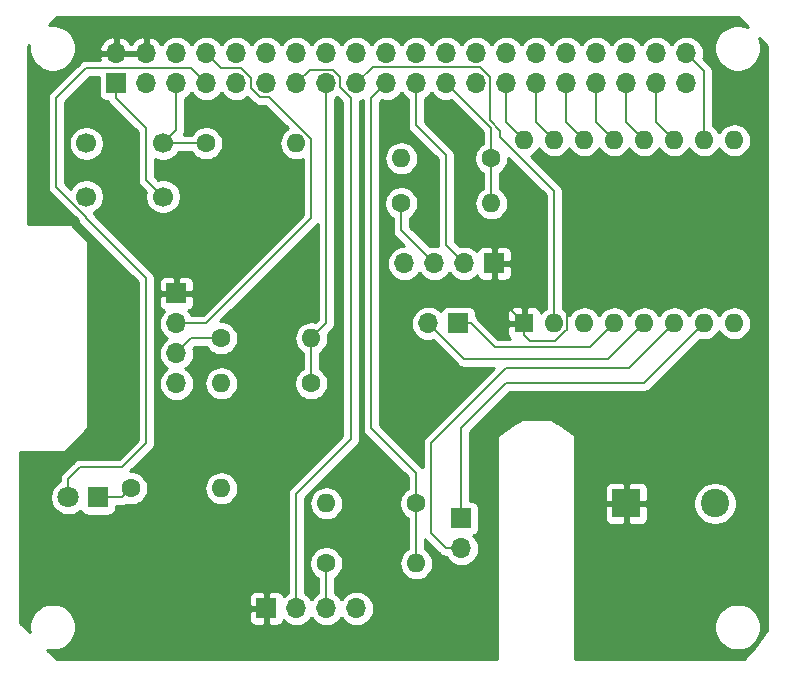
<source format=gtl>
G04 #@! TF.GenerationSoftware,KiCad,Pcbnew,(5.1.0)-1*
G04 #@! TF.CreationDate,2019-05-01T11:47:09-07:00*
G04 #@! TF.ProjectId,Lec18-PCB_kicad,4c656331-382d-4504-9342-5f6b69636164,rev?*
G04 #@! TF.SameCoordinates,Original*
G04 #@! TF.FileFunction,Copper,L1,Top*
G04 #@! TF.FilePolarity,Positive*
%FSLAX46Y46*%
G04 Gerber Fmt 4.6, Leading zero omitted, Abs format (unit mm)*
G04 Created by KiCad (PCBNEW (5.1.0)-1) date 2019-05-01 11:47:09*
%MOMM*%
%LPD*%
G04 APERTURE LIST*
%ADD10O,1.700000X1.700000*%
%ADD11R,1.700000X1.700000*%
%ADD12R,1.600000X1.600000*%
%ADD13O,1.600000X1.600000*%
%ADD14C,2.400000*%
%ADD15R,2.400000X2.400000*%
%ADD16R,1.800000X1.800000*%
%ADD17C,1.800000*%
%ADD18C,1.700000*%
%ADD19C,1.600000*%
%ADD20C,0.200000*%
%ADD21C,0.254000*%
G04 APERTURE END LIST*
D10*
X107036000Y-73800000D03*
D11*
X109576000Y-73800000D03*
D10*
X128880000Y-50940000D03*
X128880000Y-53480000D03*
X126340000Y-50940000D03*
X126340000Y-53480000D03*
X123800000Y-50940000D03*
X123800000Y-53480000D03*
X121260000Y-50940000D03*
X121260000Y-53480000D03*
X118720000Y-50940000D03*
X118720000Y-53480000D03*
X116180000Y-50940000D03*
X116180000Y-53480000D03*
X113640000Y-50940000D03*
X113640000Y-53480000D03*
X111100000Y-50940000D03*
X111100000Y-53480000D03*
X108560000Y-50940000D03*
X108560000Y-53480000D03*
X106020000Y-50940000D03*
X106020000Y-53480000D03*
X103480000Y-50940000D03*
X103480000Y-53480000D03*
X100940000Y-50940000D03*
X100940000Y-53480000D03*
X98400000Y-50940000D03*
X98400000Y-53480000D03*
X95860000Y-50940000D03*
X95860000Y-53480000D03*
X93320000Y-50940000D03*
X93320000Y-53480000D03*
X90780000Y-50940000D03*
X90780000Y-53480000D03*
X88240000Y-50940000D03*
X88240000Y-53480000D03*
X85700000Y-50940000D03*
X85700000Y-53480000D03*
X83160000Y-50940000D03*
X83160000Y-53480000D03*
X80620000Y-50940000D03*
D11*
X80620000Y-53480000D03*
D12*
X115160000Y-73794000D03*
D13*
X132940000Y-58300000D03*
X117700000Y-73794000D03*
X130400000Y-58300000D03*
X115160000Y-58300000D03*
X130400000Y-73794000D03*
X120240000Y-73794000D03*
X125320000Y-73794000D03*
X127860000Y-73794000D03*
X117700000Y-58300000D03*
X120240000Y-58300000D03*
X125320000Y-58300000D03*
X127860000Y-58300000D03*
X122780000Y-73794000D03*
X122780000Y-58300000D03*
X132940000Y-73794000D03*
D14*
X131300000Y-89040000D03*
D15*
X123800000Y-89040000D03*
D16*
X79096000Y-88532000D03*
D17*
X76556000Y-88532000D03*
D18*
X84580000Y-63060000D03*
X78080000Y-63060000D03*
X84580000Y-58560000D03*
X78080000Y-58560000D03*
D11*
X85700000Y-71260000D03*
D10*
X85700000Y-73800000D03*
X85700000Y-76340000D03*
X85700000Y-78880000D03*
X100940000Y-97930000D03*
X98400000Y-97930000D03*
X95860000Y-97930000D03*
D11*
X93320000Y-97930000D03*
X112624000Y-68720000D03*
D10*
X110084000Y-68720000D03*
X107544000Y-68720000D03*
X105004000Y-68720000D03*
D11*
X109830000Y-90310000D03*
D10*
X109830000Y-92850000D03*
D13*
X97130000Y-75070000D03*
D19*
X89510000Y-75070000D03*
X97130000Y-78880000D03*
D13*
X89510000Y-78880000D03*
X106020000Y-94120000D03*
D19*
X98400000Y-94120000D03*
X106020000Y-89040000D03*
D13*
X98400000Y-89040000D03*
X112370000Y-63640000D03*
D19*
X104750000Y-63640000D03*
X112370000Y-59830000D03*
D13*
X104750000Y-59830000D03*
X89510000Y-87770000D03*
D19*
X81890000Y-87770000D03*
X88240000Y-58560000D03*
D13*
X95860000Y-58560000D03*
D20*
X80620000Y-53480000D02*
X80620000Y-54750000D01*
X80620000Y-54750000D02*
X83160000Y-57290000D01*
X83160000Y-61640000D02*
X84580000Y-63060000D01*
X83160000Y-57290000D02*
X83160000Y-61640000D01*
X102329999Y-52090001D02*
X100940000Y-53480000D01*
X117700000Y-62620000D02*
X113132000Y-58052000D01*
X111412003Y-52090001D02*
X102329999Y-52090001D01*
X117700000Y-73794000D02*
X117700000Y-62620000D01*
X113132000Y-58052000D02*
X113132000Y-57486302D01*
X113132000Y-57486302D02*
X112250001Y-56604303D01*
X112250001Y-56604303D02*
X112250001Y-52927999D01*
X112250001Y-52927999D02*
X111412003Y-52090001D01*
X112624000Y-71258000D02*
X115160000Y-73794000D01*
X112624000Y-68720000D02*
X112624000Y-71258000D01*
X115160000Y-73794000D02*
X115160000Y-74812000D01*
X115160000Y-74812000D02*
X115672000Y-75324000D01*
X117798002Y-75324000D02*
X118720000Y-74402002D01*
X115672000Y-75324000D02*
X117798002Y-75324000D01*
X118800001Y-74322001D02*
X118800001Y-72703999D01*
X118720000Y-74402002D02*
X118800001Y-74322001D01*
X118800001Y-72703999D02*
X118720000Y-72623998D01*
X81890000Y-87770000D02*
X81128000Y-88532000D01*
X81128000Y-88532000D02*
X79096000Y-88532000D01*
X81128000Y-85992000D02*
X77572000Y-85992000D01*
X83160000Y-83960000D02*
X81128000Y-85992000D01*
X86970000Y-52210000D02*
X78080000Y-52210000D01*
X83160000Y-69990000D02*
X83160000Y-83960000D01*
X78080000Y-64910000D02*
X83160000Y-69990000D01*
X88240000Y-53480000D02*
X86970000Y-52210000D01*
X76556000Y-87008000D02*
X76556000Y-88532000D01*
X78080000Y-52210000D02*
X75540000Y-54750000D01*
X75540000Y-54750000D02*
X75540000Y-62222002D01*
X77572000Y-85992000D02*
X76556000Y-87008000D01*
X75540000Y-62222002D02*
X78080000Y-64762002D01*
X78080000Y-64762002D02*
X78080000Y-64910000D01*
X121260000Y-56780000D02*
X122780000Y-58300000D01*
X121260000Y-53480000D02*
X121260000Y-56780000D01*
X85700000Y-57440000D02*
X84580000Y-58560000D01*
X85700000Y-53480000D02*
X85700000Y-57440000D01*
X84580000Y-58560000D02*
X88240000Y-58560000D01*
X110626000Y-73800000D02*
X109576000Y-73800000D01*
X112658000Y-75832000D02*
X110626000Y-73800000D01*
X120742000Y-75832000D02*
X112658000Y-75832000D01*
X122780000Y-73794000D02*
X120742000Y-75832000D01*
X125320000Y-73794000D02*
X122266000Y-76848000D01*
X110084000Y-76848000D02*
X107036000Y-73800000D01*
X122266000Y-76848000D02*
X110084000Y-76848000D01*
X127860000Y-73794000D02*
X124044000Y-77610000D01*
X124044000Y-77610000D02*
X113640000Y-77610000D01*
X113640000Y-77610000D02*
X107290000Y-83960000D01*
X107290000Y-83960000D02*
X107290000Y-91580000D01*
X107290000Y-91580000D02*
X108560000Y-92850000D01*
X108560000Y-92850000D02*
X109830000Y-92850000D01*
X116180000Y-56780000D02*
X117700000Y-58300000D01*
X116180000Y-53480000D02*
X116180000Y-56780000D01*
X112370000Y-57290000D02*
X112370000Y-59830000D01*
X108560000Y-53480000D02*
X112370000Y-57290000D01*
X112370000Y-59830000D02*
X112370000Y-63640000D01*
X85700000Y-73800000D02*
X88240000Y-73800000D01*
X88240000Y-73800000D02*
X97130000Y-64910000D01*
X97130000Y-64910000D02*
X97130000Y-58201998D01*
X92767999Y-54630001D02*
X92050000Y-53912002D01*
X97130000Y-58201998D02*
X93558003Y-54630001D01*
X93558003Y-54630001D02*
X92767999Y-54630001D01*
X92050000Y-53047998D02*
X91212002Y-52210000D01*
X92050000Y-53912002D02*
X92050000Y-53047998D01*
X89510000Y-52210000D02*
X88240000Y-50940000D01*
X91212002Y-52210000D02*
X89510000Y-52210000D01*
X98400000Y-73800000D02*
X97130000Y-75070000D01*
X98400000Y-53480000D02*
X98400000Y-73800000D01*
X97130000Y-75070000D02*
X97130000Y-78880000D01*
X95860000Y-88278000D02*
X95860000Y-97930000D01*
X100507998Y-83630002D02*
X95860000Y-88278000D01*
X97010001Y-52329999D02*
X98952001Y-52329999D01*
X95860000Y-53480000D02*
X97010001Y-52329999D01*
X98952001Y-52329999D02*
X99550001Y-52927999D01*
X99550001Y-52927999D02*
X99550001Y-53792003D01*
X99550001Y-53792003D02*
X100507998Y-54750000D01*
X100507998Y-54750000D02*
X100507998Y-83630002D01*
X102210000Y-54750000D02*
X102210000Y-82690000D01*
X103480000Y-53480000D02*
X102210000Y-54750000D01*
X106020000Y-86500000D02*
X106020000Y-89040000D01*
X102210000Y-82690000D02*
X106020000Y-86500000D01*
X106020000Y-89040000D02*
X106020000Y-94120000D01*
X113640000Y-56780000D02*
X115160000Y-58300000D01*
X113640000Y-53480000D02*
X113640000Y-56780000D01*
X130400000Y-52460000D02*
X128880000Y-50940000D01*
X130400000Y-58300000D02*
X130400000Y-52460000D01*
X118720000Y-56780000D02*
X120240000Y-58300000D01*
X118720000Y-53480000D02*
X118720000Y-56780000D01*
X109830000Y-82690000D02*
X109830000Y-90310000D01*
X113640000Y-78880000D02*
X109830000Y-82690000D01*
X130400000Y-73794000D02*
X125314000Y-78880000D01*
X125314000Y-78880000D02*
X113640000Y-78880000D01*
X108560000Y-67196000D02*
X110084000Y-68720000D01*
X108560000Y-59576000D02*
X108560000Y-67196000D01*
X106020000Y-53480000D02*
X106020000Y-57036000D01*
X106020000Y-57036000D02*
X108560000Y-59576000D01*
X123800000Y-56780000D02*
X125320000Y-58300000D01*
X123800000Y-53480000D02*
X123800000Y-56780000D01*
X126340000Y-56780000D02*
X127860000Y-58300000D01*
X126340000Y-53480000D02*
X126340000Y-56780000D01*
X86970000Y-75070000D02*
X85700000Y-76340000D01*
X89510000Y-75070000D02*
X86970000Y-75070000D01*
X98400000Y-94120000D02*
X98400000Y-97930000D01*
X104750000Y-63640000D02*
X104750000Y-65926000D01*
X104750000Y-65926000D02*
X107544000Y-68720000D01*
D21*
G36*
X134103774Y-48723380D02*
G01*
X133809003Y-48601282D01*
X133425505Y-48525000D01*
X133034495Y-48525000D01*
X132650997Y-48601282D01*
X132289750Y-48750915D01*
X131964636Y-48968149D01*
X131688149Y-49244636D01*
X131470915Y-49569750D01*
X131321282Y-49930997D01*
X131245000Y-50314495D01*
X131245000Y-50705505D01*
X131321282Y-51089003D01*
X131470915Y-51450250D01*
X131688149Y-51775364D01*
X131964636Y-52051851D01*
X132289750Y-52269085D01*
X132650997Y-52418718D01*
X133034495Y-52495000D01*
X133425505Y-52495000D01*
X133809003Y-52418718D01*
X134170250Y-52269085D01*
X134495364Y-52051851D01*
X134771851Y-51775364D01*
X134989085Y-51450250D01*
X135138718Y-51089003D01*
X135215000Y-50705505D01*
X135215000Y-50314495D01*
X135138718Y-49930997D01*
X135016620Y-49636226D01*
X135738000Y-50357606D01*
X135738000Y-99792667D01*
X134611571Y-101294572D01*
X133731240Y-102248000D01*
X119482000Y-102248000D01*
X119482000Y-99314495D01*
X131245000Y-99314495D01*
X131245000Y-99705505D01*
X131321282Y-100089003D01*
X131470915Y-100450250D01*
X131688149Y-100775364D01*
X131964636Y-101051851D01*
X132289750Y-101269085D01*
X132650997Y-101418718D01*
X133034495Y-101495000D01*
X133425505Y-101495000D01*
X133809003Y-101418718D01*
X134170250Y-101269085D01*
X134495364Y-101051851D01*
X134771851Y-100775364D01*
X134989085Y-100450250D01*
X135138718Y-100089003D01*
X135215000Y-99705505D01*
X135215000Y-99314495D01*
X135138718Y-98930997D01*
X134989085Y-98569750D01*
X134771851Y-98244636D01*
X134495364Y-97968149D01*
X134170250Y-97750915D01*
X133809003Y-97601282D01*
X133425505Y-97525000D01*
X133034495Y-97525000D01*
X132650997Y-97601282D01*
X132289750Y-97750915D01*
X131964636Y-97968149D01*
X131688149Y-98244636D01*
X131470915Y-98569750D01*
X131321282Y-98930997D01*
X131245000Y-99314495D01*
X119482000Y-99314495D01*
X119482000Y-90240000D01*
X121961928Y-90240000D01*
X121974188Y-90364482D01*
X122010498Y-90484180D01*
X122069463Y-90594494D01*
X122148815Y-90691185D01*
X122245506Y-90770537D01*
X122355820Y-90829502D01*
X122475518Y-90865812D01*
X122600000Y-90878072D01*
X123514250Y-90875000D01*
X123673000Y-90716250D01*
X123673000Y-89167000D01*
X123927000Y-89167000D01*
X123927000Y-90716250D01*
X124085750Y-90875000D01*
X125000000Y-90878072D01*
X125124482Y-90865812D01*
X125244180Y-90829502D01*
X125354494Y-90770537D01*
X125451185Y-90691185D01*
X125530537Y-90594494D01*
X125589502Y-90484180D01*
X125625812Y-90364482D01*
X125638072Y-90240000D01*
X125635000Y-89325750D01*
X125476250Y-89167000D01*
X123927000Y-89167000D01*
X123673000Y-89167000D01*
X122123750Y-89167000D01*
X121965000Y-89325750D01*
X121961928Y-90240000D01*
X119482000Y-90240000D01*
X119482000Y-87840000D01*
X121961928Y-87840000D01*
X121965000Y-88754250D01*
X122123750Y-88913000D01*
X123673000Y-88913000D01*
X123673000Y-87363750D01*
X123927000Y-87363750D01*
X123927000Y-88913000D01*
X125476250Y-88913000D01*
X125529982Y-88859268D01*
X129465000Y-88859268D01*
X129465000Y-89220732D01*
X129535518Y-89575250D01*
X129673844Y-89909199D01*
X129874662Y-90209744D01*
X130130256Y-90465338D01*
X130430801Y-90666156D01*
X130764750Y-90804482D01*
X131119268Y-90875000D01*
X131480732Y-90875000D01*
X131835250Y-90804482D01*
X132169199Y-90666156D01*
X132469744Y-90465338D01*
X132725338Y-90209744D01*
X132926156Y-89909199D01*
X133064482Y-89575250D01*
X133135000Y-89220732D01*
X133135000Y-88859268D01*
X133064482Y-88504750D01*
X132926156Y-88170801D01*
X132725338Y-87870256D01*
X132469744Y-87614662D01*
X132169199Y-87413844D01*
X131835250Y-87275518D01*
X131480732Y-87205000D01*
X131119268Y-87205000D01*
X130764750Y-87275518D01*
X130430801Y-87413844D01*
X130130256Y-87614662D01*
X129874662Y-87870256D01*
X129673844Y-88170801D01*
X129535518Y-88504750D01*
X129465000Y-88859268D01*
X125529982Y-88859268D01*
X125635000Y-88754250D01*
X125638072Y-87840000D01*
X125625812Y-87715518D01*
X125589502Y-87595820D01*
X125530537Y-87485506D01*
X125451185Y-87388815D01*
X125354494Y-87309463D01*
X125244180Y-87250498D01*
X125124482Y-87214188D01*
X125000000Y-87201928D01*
X124085750Y-87205000D01*
X123927000Y-87363750D01*
X123673000Y-87363750D01*
X123514250Y-87205000D01*
X122600000Y-87201928D01*
X122475518Y-87214188D01*
X122355820Y-87250498D01*
X122245506Y-87309463D01*
X122148815Y-87388815D01*
X122069463Y-87485506D01*
X122010498Y-87595820D01*
X121974188Y-87715518D01*
X121961928Y-87840000D01*
X119482000Y-87840000D01*
X119482000Y-83325000D01*
X119479560Y-83300224D01*
X119472333Y-83276399D01*
X119460597Y-83254443D01*
X119444803Y-83235197D01*
X119425447Y-83219330D01*
X117993304Y-82264568D01*
X117958158Y-82229422D01*
X117936711Y-82203289D01*
X117832407Y-82117688D01*
X117713406Y-82054081D01*
X117647656Y-82034136D01*
X117520447Y-81949330D01*
X117498478Y-81937617D01*
X117474646Y-81930414D01*
X117450000Y-81928000D01*
X114910000Y-81928000D01*
X114885224Y-81930440D01*
X114861399Y-81937667D01*
X114839553Y-81949330D01*
X114712344Y-82034136D01*
X114646594Y-82054081D01*
X114527593Y-82117688D01*
X114527591Y-82117689D01*
X114527592Y-82117689D01*
X114449423Y-82181840D01*
X114449417Y-82181846D01*
X114423289Y-82203289D01*
X114401846Y-82229417D01*
X114366693Y-82264570D01*
X112934553Y-83219330D01*
X112915291Y-83235104D01*
X112899477Y-83254332D01*
X112887718Y-83276276D01*
X112880466Y-83300093D01*
X112878000Y-83325000D01*
X112878000Y-102248000D01*
X75592606Y-102248000D01*
X74791215Y-101446609D01*
X75034495Y-101495000D01*
X75425505Y-101495000D01*
X75809003Y-101418718D01*
X76170250Y-101269085D01*
X76495364Y-101051851D01*
X76771851Y-100775364D01*
X76989085Y-100450250D01*
X77138718Y-100089003D01*
X77215000Y-99705505D01*
X77215000Y-99314495D01*
X77138718Y-98930997D01*
X77076174Y-98780000D01*
X91831928Y-98780000D01*
X91844188Y-98904482D01*
X91880498Y-99024180D01*
X91939463Y-99134494D01*
X92018815Y-99231185D01*
X92115506Y-99310537D01*
X92225820Y-99369502D01*
X92345518Y-99405812D01*
X92470000Y-99418072D01*
X93034250Y-99415000D01*
X93193000Y-99256250D01*
X93193000Y-98057000D01*
X91993750Y-98057000D01*
X91835000Y-98215750D01*
X91831928Y-98780000D01*
X77076174Y-98780000D01*
X76989085Y-98569750D01*
X76771851Y-98244636D01*
X76495364Y-97968149D01*
X76170250Y-97750915D01*
X75809003Y-97601282D01*
X75425505Y-97525000D01*
X75034495Y-97525000D01*
X74650997Y-97601282D01*
X74289750Y-97750915D01*
X73964636Y-97968149D01*
X73688149Y-98244636D01*
X73470915Y-98569750D01*
X73321282Y-98930997D01*
X73245000Y-99314495D01*
X73245000Y-99705505D01*
X73293391Y-99948785D01*
X72492000Y-99147394D01*
X72492000Y-97080000D01*
X91831928Y-97080000D01*
X91835000Y-97644250D01*
X91993750Y-97803000D01*
X93193000Y-97803000D01*
X93193000Y-96603750D01*
X93034250Y-96445000D01*
X92470000Y-96441928D01*
X92345518Y-96454188D01*
X92225820Y-96490498D01*
X92115506Y-96549463D01*
X92018815Y-96628815D01*
X91939463Y-96725506D01*
X91880498Y-96835820D01*
X91844188Y-96955518D01*
X91831928Y-97080000D01*
X72492000Y-97080000D01*
X72492000Y-84722000D01*
X76175000Y-84722000D01*
X76199776Y-84719560D01*
X76223601Y-84712333D01*
X76245557Y-84700597D01*
X76264803Y-84684803D01*
X78169803Y-82779803D01*
X78185597Y-82760557D01*
X78197333Y-82738601D01*
X78204560Y-82714776D01*
X78207000Y-82690000D01*
X78207000Y-66815000D01*
X78204560Y-66790224D01*
X78197333Y-66766399D01*
X78185597Y-66744443D01*
X78169803Y-66725197D01*
X76899803Y-65455197D01*
X76880557Y-65439403D01*
X76858601Y-65427667D01*
X76834776Y-65420440D01*
X76810000Y-65418000D01*
X73127000Y-65418000D01*
X73127000Y-54750000D01*
X74801444Y-54750000D01*
X74805000Y-54786105D01*
X74805001Y-62185887D01*
X74801444Y-62222002D01*
X74815635Y-62366087D01*
X74819418Y-62378556D01*
X74857664Y-62504635D01*
X74925914Y-62632322D01*
X75017763Y-62744240D01*
X75045808Y-62767256D01*
X77365649Y-65087098D01*
X77397663Y-65192633D01*
X77465913Y-65320320D01*
X77557763Y-65432238D01*
X77585808Y-65455254D01*
X82425000Y-70294447D01*
X82425001Y-83655552D01*
X80823554Y-85257000D01*
X77608105Y-85257000D01*
X77572000Y-85253444D01*
X77427914Y-85267635D01*
X77385886Y-85280384D01*
X77289367Y-85309663D01*
X77161680Y-85377913D01*
X77049762Y-85469762D01*
X77026746Y-85497807D01*
X76061808Y-86462746D01*
X76033762Y-86485763D01*
X75941913Y-86597681D01*
X75873663Y-86725368D01*
X75856292Y-86782633D01*
X75831635Y-86863915D01*
X75817444Y-87008000D01*
X75821000Y-87044105D01*
X75821000Y-87176983D01*
X75577495Y-87339688D01*
X75363688Y-87553495D01*
X75195701Y-87804905D01*
X75079989Y-88084257D01*
X75021000Y-88380816D01*
X75021000Y-88683184D01*
X75079989Y-88979743D01*
X75195701Y-89259095D01*
X75363688Y-89510505D01*
X75577495Y-89724312D01*
X75828905Y-89892299D01*
X76108257Y-90008011D01*
X76404816Y-90067000D01*
X76707184Y-90067000D01*
X77003743Y-90008011D01*
X77283095Y-89892299D01*
X77534505Y-89724312D01*
X77600944Y-89657873D01*
X77606498Y-89676180D01*
X77665463Y-89786494D01*
X77744815Y-89883185D01*
X77841506Y-89962537D01*
X77951820Y-90021502D01*
X78071518Y-90057812D01*
X78196000Y-90070072D01*
X79996000Y-90070072D01*
X80120482Y-90057812D01*
X80240180Y-90021502D01*
X80350494Y-89962537D01*
X80447185Y-89883185D01*
X80526537Y-89786494D01*
X80585502Y-89676180D01*
X80621812Y-89556482D01*
X80634072Y-89432000D01*
X80634072Y-89267000D01*
X81091895Y-89267000D01*
X81128000Y-89270556D01*
X81164105Y-89267000D01*
X81272085Y-89256365D01*
X81410633Y-89214337D01*
X81515043Y-89158529D01*
X81748665Y-89205000D01*
X82031335Y-89205000D01*
X82308574Y-89149853D01*
X82569727Y-89041680D01*
X82804759Y-88884637D01*
X83004637Y-88684759D01*
X83161680Y-88449727D01*
X83269853Y-88188574D01*
X83325000Y-87911335D01*
X83325000Y-87770000D01*
X88068057Y-87770000D01*
X88095764Y-88051309D01*
X88177818Y-88321808D01*
X88311068Y-88571101D01*
X88490392Y-88789608D01*
X88708899Y-88968932D01*
X88958192Y-89102182D01*
X89228691Y-89184236D01*
X89439508Y-89205000D01*
X89580492Y-89205000D01*
X89791309Y-89184236D01*
X90061808Y-89102182D01*
X90311101Y-88968932D01*
X90529608Y-88789608D01*
X90708932Y-88571101D01*
X90842182Y-88321808D01*
X90924236Y-88051309D01*
X90951943Y-87770000D01*
X90924236Y-87488691D01*
X90842182Y-87218192D01*
X90708932Y-86968899D01*
X90529608Y-86750392D01*
X90311101Y-86571068D01*
X90061808Y-86437818D01*
X89791309Y-86355764D01*
X89580492Y-86335000D01*
X89439508Y-86335000D01*
X89228691Y-86355764D01*
X88958192Y-86437818D01*
X88708899Y-86571068D01*
X88490392Y-86750392D01*
X88311068Y-86968899D01*
X88177818Y-87218192D01*
X88095764Y-87488691D01*
X88068057Y-87770000D01*
X83325000Y-87770000D01*
X83325000Y-87628665D01*
X83269853Y-87351426D01*
X83161680Y-87090273D01*
X83004637Y-86855241D01*
X82804759Y-86655363D01*
X82569727Y-86498320D01*
X82308574Y-86390147D01*
X82031335Y-86335000D01*
X81824446Y-86335000D01*
X83654194Y-84505253D01*
X83682238Y-84482238D01*
X83774087Y-84370320D01*
X83842337Y-84242633D01*
X83884365Y-84104085D01*
X83895000Y-83996105D01*
X83898556Y-83960000D01*
X83895000Y-83923895D01*
X83895000Y-70410000D01*
X84211928Y-70410000D01*
X84215000Y-70974250D01*
X84373750Y-71133000D01*
X85573000Y-71133000D01*
X85573000Y-69933750D01*
X85827000Y-69933750D01*
X85827000Y-71133000D01*
X87026250Y-71133000D01*
X87185000Y-70974250D01*
X87188072Y-70410000D01*
X87175812Y-70285518D01*
X87139502Y-70165820D01*
X87080537Y-70055506D01*
X87001185Y-69958815D01*
X86904494Y-69879463D01*
X86794180Y-69820498D01*
X86674482Y-69784188D01*
X86550000Y-69771928D01*
X85985750Y-69775000D01*
X85827000Y-69933750D01*
X85573000Y-69933750D01*
X85414250Y-69775000D01*
X84850000Y-69771928D01*
X84725518Y-69784188D01*
X84605820Y-69820498D01*
X84495506Y-69879463D01*
X84398815Y-69958815D01*
X84319463Y-70055506D01*
X84260498Y-70165820D01*
X84224188Y-70285518D01*
X84211928Y-70410000D01*
X83895000Y-70410000D01*
X83895000Y-70026105D01*
X83898556Y-69990000D01*
X83884365Y-69845915D01*
X83842337Y-69707368D01*
X83842337Y-69707367D01*
X83774087Y-69579680D01*
X83730117Y-69526103D01*
X83705253Y-69495806D01*
X83705250Y-69495803D01*
X83682237Y-69467762D01*
X83654197Y-69444751D01*
X78794351Y-64584905D01*
X78762337Y-64479369D01*
X78720916Y-64401876D01*
X78783411Y-64375990D01*
X79026632Y-64213475D01*
X79233475Y-64006632D01*
X79395990Y-63763411D01*
X79507932Y-63493158D01*
X79565000Y-63206260D01*
X79565000Y-62913740D01*
X79507932Y-62626842D01*
X79395990Y-62356589D01*
X79233475Y-62113368D01*
X79026632Y-61906525D01*
X78783411Y-61744010D01*
X78513158Y-61632068D01*
X78226260Y-61575000D01*
X77933740Y-61575000D01*
X77646842Y-61632068D01*
X77376589Y-61744010D01*
X77133368Y-61906525D01*
X76926525Y-62113368D01*
X76764010Y-62356589D01*
X76749372Y-62391928D01*
X76275000Y-61917556D01*
X76275000Y-58413740D01*
X76595000Y-58413740D01*
X76595000Y-58706260D01*
X76652068Y-58993158D01*
X76764010Y-59263411D01*
X76926525Y-59506632D01*
X77133368Y-59713475D01*
X77376589Y-59875990D01*
X77646842Y-59987932D01*
X77933740Y-60045000D01*
X78226260Y-60045000D01*
X78513158Y-59987932D01*
X78783411Y-59875990D01*
X79026632Y-59713475D01*
X79233475Y-59506632D01*
X79395990Y-59263411D01*
X79507932Y-58993158D01*
X79565000Y-58706260D01*
X79565000Y-58413740D01*
X79507932Y-58126842D01*
X79395990Y-57856589D01*
X79233475Y-57613368D01*
X79026632Y-57406525D01*
X78783411Y-57244010D01*
X78513158Y-57132068D01*
X78226260Y-57075000D01*
X77933740Y-57075000D01*
X77646842Y-57132068D01*
X77376589Y-57244010D01*
X77133368Y-57406525D01*
X76926525Y-57613368D01*
X76764010Y-57856589D01*
X76652068Y-58126842D01*
X76595000Y-58413740D01*
X76275000Y-58413740D01*
X76275000Y-55054446D01*
X78384447Y-52945000D01*
X79131928Y-52945000D01*
X79131928Y-54330000D01*
X79144188Y-54454482D01*
X79180498Y-54574180D01*
X79239463Y-54684494D01*
X79318815Y-54781185D01*
X79415506Y-54860537D01*
X79525820Y-54919502D01*
X79645518Y-54955812D01*
X79770000Y-54968072D01*
X79918079Y-54968072D01*
X79937664Y-55032633D01*
X80005914Y-55160320D01*
X80097763Y-55272238D01*
X80125807Y-55295253D01*
X82425000Y-57594447D01*
X82425001Y-61603885D01*
X82421444Y-61640000D01*
X82435635Y-61784085D01*
X82465169Y-61881444D01*
X82477664Y-61922633D01*
X82545914Y-62050320D01*
X82637763Y-62162238D01*
X82665808Y-62185254D01*
X83144656Y-62664103D01*
X83095000Y-62913740D01*
X83095000Y-63206260D01*
X83152068Y-63493158D01*
X83264010Y-63763411D01*
X83426525Y-64006632D01*
X83633368Y-64213475D01*
X83876589Y-64375990D01*
X84146842Y-64487932D01*
X84433740Y-64545000D01*
X84726260Y-64545000D01*
X85013158Y-64487932D01*
X85283411Y-64375990D01*
X85526632Y-64213475D01*
X85733475Y-64006632D01*
X85895990Y-63763411D01*
X86007932Y-63493158D01*
X86065000Y-63206260D01*
X86065000Y-62913740D01*
X86007932Y-62626842D01*
X85895990Y-62356589D01*
X85733475Y-62113368D01*
X85526632Y-61906525D01*
X85283411Y-61744010D01*
X85013158Y-61632068D01*
X84726260Y-61575000D01*
X84433740Y-61575000D01*
X84184103Y-61624656D01*
X83895000Y-61335554D01*
X83895000Y-59883616D01*
X84146842Y-59987932D01*
X84433740Y-60045000D01*
X84726260Y-60045000D01*
X85013158Y-59987932D01*
X85283411Y-59875990D01*
X85526632Y-59713475D01*
X85733475Y-59506632D01*
X85874883Y-59295000D01*
X87005252Y-59295000D01*
X87125363Y-59474759D01*
X87325241Y-59674637D01*
X87560273Y-59831680D01*
X87821426Y-59939853D01*
X88098665Y-59995000D01*
X88381335Y-59995000D01*
X88658574Y-59939853D01*
X88919727Y-59831680D01*
X89154759Y-59674637D01*
X89354637Y-59474759D01*
X89511680Y-59239727D01*
X89619853Y-58978574D01*
X89675000Y-58701335D01*
X89675000Y-58418665D01*
X89619853Y-58141426D01*
X89511680Y-57880273D01*
X89354637Y-57645241D01*
X89154759Y-57445363D01*
X88919727Y-57288320D01*
X88658574Y-57180147D01*
X88381335Y-57125000D01*
X88098665Y-57125000D01*
X87821426Y-57180147D01*
X87560273Y-57288320D01*
X87325241Y-57445363D01*
X87125363Y-57645241D01*
X87005252Y-57825000D01*
X86327621Y-57825000D01*
X86382337Y-57722633D01*
X86415482Y-57613368D01*
X86424365Y-57584086D01*
X86431982Y-57506747D01*
X86435000Y-57476105D01*
X86435000Y-57476098D01*
X86438555Y-57440001D01*
X86435000Y-57403904D01*
X86435000Y-54770957D01*
X86529014Y-54720706D01*
X86755134Y-54535134D01*
X86940706Y-54309014D01*
X86970000Y-54254209D01*
X86999294Y-54309014D01*
X87184866Y-54535134D01*
X87410986Y-54720706D01*
X87668966Y-54858599D01*
X87948889Y-54943513D01*
X88167050Y-54965000D01*
X88312950Y-54965000D01*
X88531111Y-54943513D01*
X88811034Y-54858599D01*
X89069014Y-54720706D01*
X89295134Y-54535134D01*
X89480706Y-54309014D01*
X89510000Y-54254209D01*
X89539294Y-54309014D01*
X89724866Y-54535134D01*
X89950986Y-54720706D01*
X90208966Y-54858599D01*
X90488889Y-54943513D01*
X90707050Y-54965000D01*
X90852950Y-54965000D01*
X91071111Y-54943513D01*
X91351034Y-54858599D01*
X91609014Y-54720706D01*
X91724489Y-54625938D01*
X92222745Y-55124194D01*
X92245761Y-55152239D01*
X92357679Y-55244088D01*
X92485366Y-55312338D01*
X92623914Y-55354366D01*
X92767999Y-55368557D01*
X92804104Y-55365001D01*
X93253557Y-55365001D01*
X95183189Y-57294634D01*
X95058899Y-57361068D01*
X94840392Y-57540392D01*
X94661068Y-57758899D01*
X94527818Y-58008192D01*
X94445764Y-58278691D01*
X94418057Y-58560000D01*
X94445764Y-58841309D01*
X94527818Y-59111808D01*
X94661068Y-59361101D01*
X94840392Y-59579608D01*
X95058899Y-59758932D01*
X95308192Y-59892182D01*
X95578691Y-59974236D01*
X95789508Y-59995000D01*
X95930492Y-59995000D01*
X96141309Y-59974236D01*
X96395001Y-59897280D01*
X96395000Y-64605553D01*
X87935554Y-73065000D01*
X86990957Y-73065000D01*
X86940706Y-72970986D01*
X86755134Y-72744866D01*
X86725313Y-72720393D01*
X86794180Y-72699502D01*
X86904494Y-72640537D01*
X87001185Y-72561185D01*
X87080537Y-72464494D01*
X87139502Y-72354180D01*
X87175812Y-72234482D01*
X87188072Y-72110000D01*
X87185000Y-71545750D01*
X87026250Y-71387000D01*
X85827000Y-71387000D01*
X85827000Y-71407000D01*
X85573000Y-71407000D01*
X85573000Y-71387000D01*
X84373750Y-71387000D01*
X84215000Y-71545750D01*
X84211928Y-72110000D01*
X84224188Y-72234482D01*
X84260498Y-72354180D01*
X84319463Y-72464494D01*
X84398815Y-72561185D01*
X84495506Y-72640537D01*
X84605820Y-72699502D01*
X84674687Y-72720393D01*
X84644866Y-72744866D01*
X84459294Y-72970986D01*
X84321401Y-73228966D01*
X84236487Y-73508889D01*
X84207815Y-73800000D01*
X84236487Y-74091111D01*
X84321401Y-74371034D01*
X84459294Y-74629014D01*
X84644866Y-74855134D01*
X84870986Y-75040706D01*
X84925791Y-75070000D01*
X84870986Y-75099294D01*
X84644866Y-75284866D01*
X84459294Y-75510986D01*
X84321401Y-75768966D01*
X84236487Y-76048889D01*
X84207815Y-76340000D01*
X84236487Y-76631111D01*
X84321401Y-76911034D01*
X84459294Y-77169014D01*
X84644866Y-77395134D01*
X84870986Y-77580706D01*
X84925791Y-77610000D01*
X84870986Y-77639294D01*
X84644866Y-77824866D01*
X84459294Y-78050986D01*
X84321401Y-78308966D01*
X84236487Y-78588889D01*
X84207815Y-78880000D01*
X84236487Y-79171111D01*
X84321401Y-79451034D01*
X84459294Y-79709014D01*
X84644866Y-79935134D01*
X84870986Y-80120706D01*
X85128966Y-80258599D01*
X85408889Y-80343513D01*
X85627050Y-80365000D01*
X85772950Y-80365000D01*
X85991111Y-80343513D01*
X86271034Y-80258599D01*
X86529014Y-80120706D01*
X86755134Y-79935134D01*
X86940706Y-79709014D01*
X87078599Y-79451034D01*
X87163513Y-79171111D01*
X87192185Y-78880000D01*
X88068057Y-78880000D01*
X88095764Y-79161309D01*
X88177818Y-79431808D01*
X88311068Y-79681101D01*
X88490392Y-79899608D01*
X88708899Y-80078932D01*
X88958192Y-80212182D01*
X89228691Y-80294236D01*
X89439508Y-80315000D01*
X89580492Y-80315000D01*
X89791309Y-80294236D01*
X90061808Y-80212182D01*
X90311101Y-80078932D01*
X90529608Y-79899608D01*
X90708932Y-79681101D01*
X90842182Y-79431808D01*
X90924236Y-79161309D01*
X90951943Y-78880000D01*
X90924236Y-78598691D01*
X90842182Y-78328192D01*
X90708932Y-78078899D01*
X90529608Y-77860392D01*
X90311101Y-77681068D01*
X90061808Y-77547818D01*
X89791309Y-77465764D01*
X89580492Y-77445000D01*
X89439508Y-77445000D01*
X89228691Y-77465764D01*
X88958192Y-77547818D01*
X88708899Y-77681068D01*
X88490392Y-77860392D01*
X88311068Y-78078899D01*
X88177818Y-78328192D01*
X88095764Y-78598691D01*
X88068057Y-78880000D01*
X87192185Y-78880000D01*
X87163513Y-78588889D01*
X87078599Y-78308966D01*
X86940706Y-78050986D01*
X86755134Y-77824866D01*
X86529014Y-77639294D01*
X86474209Y-77610000D01*
X86529014Y-77580706D01*
X86755134Y-77395134D01*
X86940706Y-77169014D01*
X87078599Y-76911034D01*
X87163513Y-76631111D01*
X87192185Y-76340000D01*
X87163513Y-76048889D01*
X87132568Y-75946878D01*
X87274447Y-75805000D01*
X88275252Y-75805000D01*
X88395363Y-75984759D01*
X88595241Y-76184637D01*
X88830273Y-76341680D01*
X89091426Y-76449853D01*
X89368665Y-76505000D01*
X89651335Y-76505000D01*
X89928574Y-76449853D01*
X90189727Y-76341680D01*
X90424759Y-76184637D01*
X90624637Y-75984759D01*
X90781680Y-75749727D01*
X90889853Y-75488574D01*
X90945000Y-75211335D01*
X90945000Y-74928665D01*
X90889853Y-74651426D01*
X90781680Y-74390273D01*
X90624637Y-74155241D01*
X90424759Y-73955363D01*
X90189727Y-73798320D01*
X89928574Y-73690147D01*
X89651335Y-73635000D01*
X89444446Y-73635000D01*
X97624198Y-65455249D01*
X97652237Y-65432238D01*
X97665001Y-65416686D01*
X97665001Y-73495552D01*
X97483032Y-73677521D01*
X97411309Y-73655764D01*
X97200492Y-73635000D01*
X97059508Y-73635000D01*
X96848691Y-73655764D01*
X96578192Y-73737818D01*
X96328899Y-73871068D01*
X96110392Y-74050392D01*
X95931068Y-74268899D01*
X95797818Y-74518192D01*
X95715764Y-74788691D01*
X95688057Y-75070000D01*
X95715764Y-75351309D01*
X95797818Y-75621808D01*
X95931068Y-75871101D01*
X96110392Y-76089608D01*
X96328899Y-76268932D01*
X96395000Y-76304264D01*
X96395001Y-77645252D01*
X96215241Y-77765363D01*
X96015363Y-77965241D01*
X95858320Y-78200273D01*
X95750147Y-78461426D01*
X95695000Y-78738665D01*
X95695000Y-79021335D01*
X95750147Y-79298574D01*
X95858320Y-79559727D01*
X96015363Y-79794759D01*
X96215241Y-79994637D01*
X96450273Y-80151680D01*
X96711426Y-80259853D01*
X96988665Y-80315000D01*
X97271335Y-80315000D01*
X97548574Y-80259853D01*
X97809727Y-80151680D01*
X98044759Y-79994637D01*
X98244637Y-79794759D01*
X98401680Y-79559727D01*
X98509853Y-79298574D01*
X98565000Y-79021335D01*
X98565000Y-78738665D01*
X98509853Y-78461426D01*
X98401680Y-78200273D01*
X98244637Y-77965241D01*
X98044759Y-77765363D01*
X97865000Y-77645252D01*
X97865000Y-76304264D01*
X97931101Y-76268932D01*
X98149608Y-76089608D01*
X98328932Y-75871101D01*
X98462182Y-75621808D01*
X98544236Y-75351309D01*
X98571943Y-75070000D01*
X98544236Y-74788691D01*
X98522479Y-74716968D01*
X98894194Y-74345253D01*
X98922238Y-74322238D01*
X99014087Y-74210320D01*
X99082337Y-74082633D01*
X99124365Y-73944085D01*
X99135000Y-73836105D01*
X99135000Y-73836096D01*
X99138555Y-73800001D01*
X99135000Y-73763906D01*
X99135000Y-54770957D01*
X99229014Y-54720706D01*
X99344489Y-54625938D01*
X99772998Y-55054447D01*
X99772999Y-83325554D01*
X95365808Y-87732746D01*
X95337762Y-87755763D01*
X95245913Y-87867681D01*
X95177663Y-87995368D01*
X95160694Y-88051309D01*
X95135635Y-88133915D01*
X95121444Y-88278000D01*
X95125000Y-88314105D01*
X95125001Y-96639042D01*
X95030986Y-96689294D01*
X94804866Y-96874866D01*
X94780393Y-96904687D01*
X94759502Y-96835820D01*
X94700537Y-96725506D01*
X94621185Y-96628815D01*
X94524494Y-96549463D01*
X94414180Y-96490498D01*
X94294482Y-96454188D01*
X94170000Y-96441928D01*
X93605750Y-96445000D01*
X93447000Y-96603750D01*
X93447000Y-97803000D01*
X93467000Y-97803000D01*
X93467000Y-98057000D01*
X93447000Y-98057000D01*
X93447000Y-99256250D01*
X93605750Y-99415000D01*
X94170000Y-99418072D01*
X94294482Y-99405812D01*
X94414180Y-99369502D01*
X94524494Y-99310537D01*
X94621185Y-99231185D01*
X94700537Y-99134494D01*
X94759502Y-99024180D01*
X94780393Y-98955313D01*
X94804866Y-98985134D01*
X95030986Y-99170706D01*
X95288966Y-99308599D01*
X95568889Y-99393513D01*
X95787050Y-99415000D01*
X95932950Y-99415000D01*
X96151111Y-99393513D01*
X96431034Y-99308599D01*
X96689014Y-99170706D01*
X96915134Y-98985134D01*
X97100706Y-98759014D01*
X97130000Y-98704209D01*
X97159294Y-98759014D01*
X97344866Y-98985134D01*
X97570986Y-99170706D01*
X97828966Y-99308599D01*
X98108889Y-99393513D01*
X98327050Y-99415000D01*
X98472950Y-99415000D01*
X98691111Y-99393513D01*
X98971034Y-99308599D01*
X99229014Y-99170706D01*
X99455134Y-98985134D01*
X99640706Y-98759014D01*
X99670000Y-98704209D01*
X99699294Y-98759014D01*
X99884866Y-98985134D01*
X100110986Y-99170706D01*
X100368966Y-99308599D01*
X100648889Y-99393513D01*
X100867050Y-99415000D01*
X101012950Y-99415000D01*
X101231111Y-99393513D01*
X101511034Y-99308599D01*
X101769014Y-99170706D01*
X101995134Y-98985134D01*
X102180706Y-98759014D01*
X102318599Y-98501034D01*
X102403513Y-98221111D01*
X102432185Y-97930000D01*
X102403513Y-97638889D01*
X102318599Y-97358966D01*
X102180706Y-97100986D01*
X101995134Y-96874866D01*
X101769014Y-96689294D01*
X101511034Y-96551401D01*
X101231111Y-96466487D01*
X101012950Y-96445000D01*
X100867050Y-96445000D01*
X100648889Y-96466487D01*
X100368966Y-96551401D01*
X100110986Y-96689294D01*
X99884866Y-96874866D01*
X99699294Y-97100986D01*
X99670000Y-97155791D01*
X99640706Y-97100986D01*
X99455134Y-96874866D01*
X99229014Y-96689294D01*
X99135000Y-96639043D01*
X99135000Y-95354748D01*
X99314759Y-95234637D01*
X99514637Y-95034759D01*
X99671680Y-94799727D01*
X99779853Y-94538574D01*
X99835000Y-94261335D01*
X99835000Y-93978665D01*
X99779853Y-93701426D01*
X99671680Y-93440273D01*
X99514637Y-93205241D01*
X99314759Y-93005363D01*
X99079727Y-92848320D01*
X98818574Y-92740147D01*
X98541335Y-92685000D01*
X98258665Y-92685000D01*
X97981426Y-92740147D01*
X97720273Y-92848320D01*
X97485241Y-93005363D01*
X97285363Y-93205241D01*
X97128320Y-93440273D01*
X97020147Y-93701426D01*
X96965000Y-93978665D01*
X96965000Y-94261335D01*
X97020147Y-94538574D01*
X97128320Y-94799727D01*
X97285363Y-95034759D01*
X97485241Y-95234637D01*
X97665000Y-95354748D01*
X97665001Y-96639042D01*
X97570986Y-96689294D01*
X97344866Y-96874866D01*
X97159294Y-97100986D01*
X97130000Y-97155791D01*
X97100706Y-97100986D01*
X96915134Y-96874866D01*
X96689014Y-96689294D01*
X96595000Y-96639043D01*
X96595000Y-89040000D01*
X96958057Y-89040000D01*
X96985764Y-89321309D01*
X97067818Y-89591808D01*
X97201068Y-89841101D01*
X97380392Y-90059608D01*
X97598899Y-90238932D01*
X97848192Y-90372182D01*
X98118691Y-90454236D01*
X98329508Y-90475000D01*
X98470492Y-90475000D01*
X98681309Y-90454236D01*
X98951808Y-90372182D01*
X99201101Y-90238932D01*
X99419608Y-90059608D01*
X99598932Y-89841101D01*
X99732182Y-89591808D01*
X99814236Y-89321309D01*
X99841943Y-89040000D01*
X99814236Y-88758691D01*
X99732182Y-88488192D01*
X99598932Y-88238899D01*
X99419608Y-88020392D01*
X99201101Y-87841068D01*
X98951808Y-87707818D01*
X98681309Y-87625764D01*
X98470492Y-87605000D01*
X98329508Y-87605000D01*
X98118691Y-87625764D01*
X97848192Y-87707818D01*
X97598899Y-87841068D01*
X97380392Y-88020392D01*
X97201068Y-88238899D01*
X97067818Y-88488192D01*
X96985764Y-88758691D01*
X96958057Y-89040000D01*
X96595000Y-89040000D01*
X96595000Y-88582446D01*
X101002191Y-84175256D01*
X101030236Y-84152240D01*
X101122085Y-84040322D01*
X101190335Y-83912635D01*
X101232363Y-83774087D01*
X101242998Y-83666107D01*
X101246554Y-83630002D01*
X101242998Y-83593897D01*
X101242998Y-54939907D01*
X101475000Y-54869530D01*
X101475001Y-82653885D01*
X101471444Y-82690000D01*
X101485635Y-82834085D01*
X101521832Y-82953407D01*
X101527664Y-82972633D01*
X101595914Y-83100320D01*
X101687763Y-83212238D01*
X101715807Y-83235253D01*
X105285000Y-86804447D01*
X105285001Y-87805252D01*
X105105241Y-87925363D01*
X104905363Y-88125241D01*
X104748320Y-88360273D01*
X104640147Y-88621426D01*
X104585000Y-88898665D01*
X104585000Y-89181335D01*
X104640147Y-89458574D01*
X104748320Y-89719727D01*
X104905363Y-89954759D01*
X105105241Y-90154637D01*
X105285000Y-90274748D01*
X105285001Y-92885736D01*
X105218899Y-92921068D01*
X105000392Y-93100392D01*
X104821068Y-93318899D01*
X104687818Y-93568192D01*
X104605764Y-93838691D01*
X104578057Y-94120000D01*
X104605764Y-94401309D01*
X104687818Y-94671808D01*
X104821068Y-94921101D01*
X105000392Y-95139608D01*
X105218899Y-95318932D01*
X105468192Y-95452182D01*
X105738691Y-95534236D01*
X105949508Y-95555000D01*
X106090492Y-95555000D01*
X106301309Y-95534236D01*
X106571808Y-95452182D01*
X106821101Y-95318932D01*
X107039608Y-95139608D01*
X107218932Y-94921101D01*
X107352182Y-94671808D01*
X107434236Y-94401309D01*
X107461943Y-94120000D01*
X107434236Y-93838691D01*
X107352182Y-93568192D01*
X107218932Y-93318899D01*
X107039608Y-93100392D01*
X106821101Y-92921068D01*
X106755000Y-92885736D01*
X106755000Y-92086686D01*
X106767763Y-92102238D01*
X106795808Y-92125254D01*
X108014746Y-93344193D01*
X108037762Y-93372238D01*
X108149680Y-93464087D01*
X108277367Y-93532337D01*
X108415915Y-93574365D01*
X108523895Y-93585000D01*
X108523904Y-93585000D01*
X108539884Y-93586574D01*
X108589294Y-93679014D01*
X108774866Y-93905134D01*
X109000986Y-94090706D01*
X109258966Y-94228599D01*
X109538889Y-94313513D01*
X109757050Y-94335000D01*
X109902950Y-94335000D01*
X110121111Y-94313513D01*
X110401034Y-94228599D01*
X110659014Y-94090706D01*
X110885134Y-93905134D01*
X111070706Y-93679014D01*
X111208599Y-93421034D01*
X111293513Y-93141111D01*
X111322185Y-92850000D01*
X111293513Y-92558889D01*
X111208599Y-92278966D01*
X111070706Y-92020986D01*
X110885134Y-91794866D01*
X110855313Y-91770393D01*
X110924180Y-91749502D01*
X111034494Y-91690537D01*
X111131185Y-91611185D01*
X111210537Y-91514494D01*
X111269502Y-91404180D01*
X111305812Y-91284482D01*
X111318072Y-91160000D01*
X111318072Y-89460000D01*
X111305812Y-89335518D01*
X111269502Y-89215820D01*
X111210537Y-89105506D01*
X111131185Y-89008815D01*
X111034494Y-88929463D01*
X110924180Y-88870498D01*
X110804482Y-88834188D01*
X110680000Y-88821928D01*
X110565000Y-88821928D01*
X110565000Y-82994446D01*
X113944447Y-79615000D01*
X125277895Y-79615000D01*
X125314000Y-79618556D01*
X125350105Y-79615000D01*
X125458085Y-79604365D01*
X125596633Y-79562337D01*
X125724320Y-79494087D01*
X125836238Y-79402238D01*
X125859259Y-79374187D01*
X130046968Y-75186479D01*
X130118691Y-75208236D01*
X130329508Y-75229000D01*
X130470492Y-75229000D01*
X130681309Y-75208236D01*
X130951808Y-75126182D01*
X131201101Y-74992932D01*
X131419608Y-74813608D01*
X131598932Y-74595101D01*
X131670000Y-74462142D01*
X131741068Y-74595101D01*
X131920392Y-74813608D01*
X132138899Y-74992932D01*
X132388192Y-75126182D01*
X132658691Y-75208236D01*
X132869508Y-75229000D01*
X133010492Y-75229000D01*
X133221309Y-75208236D01*
X133491808Y-75126182D01*
X133741101Y-74992932D01*
X133959608Y-74813608D01*
X134138932Y-74595101D01*
X134272182Y-74345808D01*
X134354236Y-74075309D01*
X134381943Y-73794000D01*
X134354236Y-73512691D01*
X134272182Y-73242192D01*
X134138932Y-72992899D01*
X133959608Y-72774392D01*
X133741101Y-72595068D01*
X133491808Y-72461818D01*
X133221309Y-72379764D01*
X133010492Y-72359000D01*
X132869508Y-72359000D01*
X132658691Y-72379764D01*
X132388192Y-72461818D01*
X132138899Y-72595068D01*
X131920392Y-72774392D01*
X131741068Y-72992899D01*
X131670000Y-73125858D01*
X131598932Y-72992899D01*
X131419608Y-72774392D01*
X131201101Y-72595068D01*
X130951808Y-72461818D01*
X130681309Y-72379764D01*
X130470492Y-72359000D01*
X130329508Y-72359000D01*
X130118691Y-72379764D01*
X129848192Y-72461818D01*
X129598899Y-72595068D01*
X129380392Y-72774392D01*
X129201068Y-72992899D01*
X129130000Y-73125858D01*
X129058932Y-72992899D01*
X128879608Y-72774392D01*
X128661101Y-72595068D01*
X128411808Y-72461818D01*
X128141309Y-72379764D01*
X127930492Y-72359000D01*
X127789508Y-72359000D01*
X127578691Y-72379764D01*
X127308192Y-72461818D01*
X127058899Y-72595068D01*
X126840392Y-72774392D01*
X126661068Y-72992899D01*
X126590000Y-73125858D01*
X126518932Y-72992899D01*
X126339608Y-72774392D01*
X126121101Y-72595068D01*
X125871808Y-72461818D01*
X125601309Y-72379764D01*
X125390492Y-72359000D01*
X125249508Y-72359000D01*
X125038691Y-72379764D01*
X124768192Y-72461818D01*
X124518899Y-72595068D01*
X124300392Y-72774392D01*
X124121068Y-72992899D01*
X124050000Y-73125858D01*
X123978932Y-72992899D01*
X123799608Y-72774392D01*
X123581101Y-72595068D01*
X123331808Y-72461818D01*
X123061309Y-72379764D01*
X122850492Y-72359000D01*
X122709508Y-72359000D01*
X122498691Y-72379764D01*
X122228192Y-72461818D01*
X121978899Y-72595068D01*
X121760392Y-72774392D01*
X121581068Y-72992899D01*
X121510000Y-73125858D01*
X121438932Y-72992899D01*
X121259608Y-72774392D01*
X121041101Y-72595068D01*
X120791808Y-72461818D01*
X120521309Y-72379764D01*
X120310492Y-72359000D01*
X120169508Y-72359000D01*
X119958691Y-72379764D01*
X119688192Y-72461818D01*
X119438899Y-72595068D01*
X119220392Y-72774392D01*
X119041068Y-72992899D01*
X118970000Y-73125858D01*
X118898932Y-72992899D01*
X118719608Y-72774392D01*
X118501101Y-72595068D01*
X118435000Y-72559736D01*
X118435000Y-62656105D01*
X118438556Y-62620000D01*
X118424365Y-62475915D01*
X118382337Y-62337366D01*
X118314087Y-62209680D01*
X118245253Y-62125806D01*
X118222238Y-62097762D01*
X118194193Y-62074746D01*
X115737758Y-59618311D01*
X115961101Y-59498932D01*
X116179608Y-59319608D01*
X116358932Y-59101101D01*
X116430000Y-58968142D01*
X116501068Y-59101101D01*
X116680392Y-59319608D01*
X116898899Y-59498932D01*
X117148192Y-59632182D01*
X117418691Y-59714236D01*
X117629508Y-59735000D01*
X117770492Y-59735000D01*
X117981309Y-59714236D01*
X118251808Y-59632182D01*
X118501101Y-59498932D01*
X118719608Y-59319608D01*
X118898932Y-59101101D01*
X118970000Y-58968142D01*
X119041068Y-59101101D01*
X119220392Y-59319608D01*
X119438899Y-59498932D01*
X119688192Y-59632182D01*
X119958691Y-59714236D01*
X120169508Y-59735000D01*
X120310492Y-59735000D01*
X120521309Y-59714236D01*
X120791808Y-59632182D01*
X121041101Y-59498932D01*
X121259608Y-59319608D01*
X121438932Y-59101101D01*
X121510000Y-58968142D01*
X121581068Y-59101101D01*
X121760392Y-59319608D01*
X121978899Y-59498932D01*
X122228192Y-59632182D01*
X122498691Y-59714236D01*
X122709508Y-59735000D01*
X122850492Y-59735000D01*
X123061309Y-59714236D01*
X123331808Y-59632182D01*
X123581101Y-59498932D01*
X123799608Y-59319608D01*
X123978932Y-59101101D01*
X124050000Y-58968142D01*
X124121068Y-59101101D01*
X124300392Y-59319608D01*
X124518899Y-59498932D01*
X124768192Y-59632182D01*
X125038691Y-59714236D01*
X125249508Y-59735000D01*
X125390492Y-59735000D01*
X125601309Y-59714236D01*
X125871808Y-59632182D01*
X126121101Y-59498932D01*
X126339608Y-59319608D01*
X126518932Y-59101101D01*
X126590000Y-58968142D01*
X126661068Y-59101101D01*
X126840392Y-59319608D01*
X127058899Y-59498932D01*
X127308192Y-59632182D01*
X127578691Y-59714236D01*
X127789508Y-59735000D01*
X127930492Y-59735000D01*
X128141309Y-59714236D01*
X128411808Y-59632182D01*
X128661101Y-59498932D01*
X128879608Y-59319608D01*
X129058932Y-59101101D01*
X129130000Y-58968142D01*
X129201068Y-59101101D01*
X129380392Y-59319608D01*
X129598899Y-59498932D01*
X129848192Y-59632182D01*
X130118691Y-59714236D01*
X130329508Y-59735000D01*
X130470492Y-59735000D01*
X130681309Y-59714236D01*
X130951808Y-59632182D01*
X131201101Y-59498932D01*
X131419608Y-59319608D01*
X131598932Y-59101101D01*
X131670000Y-58968142D01*
X131741068Y-59101101D01*
X131920392Y-59319608D01*
X132138899Y-59498932D01*
X132388192Y-59632182D01*
X132658691Y-59714236D01*
X132869508Y-59735000D01*
X133010492Y-59735000D01*
X133221309Y-59714236D01*
X133491808Y-59632182D01*
X133741101Y-59498932D01*
X133959608Y-59319608D01*
X134138932Y-59101101D01*
X134272182Y-58851808D01*
X134354236Y-58581309D01*
X134381943Y-58300000D01*
X134354236Y-58018691D01*
X134272182Y-57748192D01*
X134138932Y-57498899D01*
X133959608Y-57280392D01*
X133741101Y-57101068D01*
X133491808Y-56967818D01*
X133221309Y-56885764D01*
X133010492Y-56865000D01*
X132869508Y-56865000D01*
X132658691Y-56885764D01*
X132388192Y-56967818D01*
X132138899Y-57101068D01*
X131920392Y-57280392D01*
X131741068Y-57498899D01*
X131670000Y-57631858D01*
X131598932Y-57498899D01*
X131419608Y-57280392D01*
X131201101Y-57101068D01*
X131135000Y-57065736D01*
X131135000Y-52496105D01*
X131138556Y-52460000D01*
X131124365Y-52315915D01*
X131082337Y-52177366D01*
X131014087Y-52049680D01*
X131012188Y-52047366D01*
X130922238Y-51937762D01*
X130894193Y-51914746D01*
X130312568Y-51333122D01*
X130343513Y-51231111D01*
X130372185Y-50940000D01*
X130343513Y-50648889D01*
X130258599Y-50368966D01*
X130120706Y-50110986D01*
X129935134Y-49884866D01*
X129709014Y-49699294D01*
X129451034Y-49561401D01*
X129171111Y-49476487D01*
X128952950Y-49455000D01*
X128807050Y-49455000D01*
X128588889Y-49476487D01*
X128308966Y-49561401D01*
X128050986Y-49699294D01*
X127824866Y-49884866D01*
X127639294Y-50110986D01*
X127610000Y-50165791D01*
X127580706Y-50110986D01*
X127395134Y-49884866D01*
X127169014Y-49699294D01*
X126911034Y-49561401D01*
X126631111Y-49476487D01*
X126412950Y-49455000D01*
X126267050Y-49455000D01*
X126048889Y-49476487D01*
X125768966Y-49561401D01*
X125510986Y-49699294D01*
X125284866Y-49884866D01*
X125099294Y-50110986D01*
X125070000Y-50165791D01*
X125040706Y-50110986D01*
X124855134Y-49884866D01*
X124629014Y-49699294D01*
X124371034Y-49561401D01*
X124091111Y-49476487D01*
X123872950Y-49455000D01*
X123727050Y-49455000D01*
X123508889Y-49476487D01*
X123228966Y-49561401D01*
X122970986Y-49699294D01*
X122744866Y-49884866D01*
X122559294Y-50110986D01*
X122530000Y-50165791D01*
X122500706Y-50110986D01*
X122315134Y-49884866D01*
X122089014Y-49699294D01*
X121831034Y-49561401D01*
X121551111Y-49476487D01*
X121332950Y-49455000D01*
X121187050Y-49455000D01*
X120968889Y-49476487D01*
X120688966Y-49561401D01*
X120430986Y-49699294D01*
X120204866Y-49884866D01*
X120019294Y-50110986D01*
X119990000Y-50165791D01*
X119960706Y-50110986D01*
X119775134Y-49884866D01*
X119549014Y-49699294D01*
X119291034Y-49561401D01*
X119011111Y-49476487D01*
X118792950Y-49455000D01*
X118647050Y-49455000D01*
X118428889Y-49476487D01*
X118148966Y-49561401D01*
X117890986Y-49699294D01*
X117664866Y-49884866D01*
X117479294Y-50110986D01*
X117450000Y-50165791D01*
X117420706Y-50110986D01*
X117235134Y-49884866D01*
X117009014Y-49699294D01*
X116751034Y-49561401D01*
X116471111Y-49476487D01*
X116252950Y-49455000D01*
X116107050Y-49455000D01*
X115888889Y-49476487D01*
X115608966Y-49561401D01*
X115350986Y-49699294D01*
X115124866Y-49884866D01*
X114939294Y-50110986D01*
X114910000Y-50165791D01*
X114880706Y-50110986D01*
X114695134Y-49884866D01*
X114469014Y-49699294D01*
X114211034Y-49561401D01*
X113931111Y-49476487D01*
X113712950Y-49455000D01*
X113567050Y-49455000D01*
X113348889Y-49476487D01*
X113068966Y-49561401D01*
X112810986Y-49699294D01*
X112584866Y-49884866D01*
X112399294Y-50110986D01*
X112370000Y-50165791D01*
X112340706Y-50110986D01*
X112155134Y-49884866D01*
X111929014Y-49699294D01*
X111671034Y-49561401D01*
X111391111Y-49476487D01*
X111172950Y-49455000D01*
X111027050Y-49455000D01*
X110808889Y-49476487D01*
X110528966Y-49561401D01*
X110270986Y-49699294D01*
X110044866Y-49884866D01*
X109859294Y-50110986D01*
X109830000Y-50165791D01*
X109800706Y-50110986D01*
X109615134Y-49884866D01*
X109389014Y-49699294D01*
X109131034Y-49561401D01*
X108851111Y-49476487D01*
X108632950Y-49455000D01*
X108487050Y-49455000D01*
X108268889Y-49476487D01*
X107988966Y-49561401D01*
X107730986Y-49699294D01*
X107504866Y-49884866D01*
X107319294Y-50110986D01*
X107290000Y-50165791D01*
X107260706Y-50110986D01*
X107075134Y-49884866D01*
X106849014Y-49699294D01*
X106591034Y-49561401D01*
X106311111Y-49476487D01*
X106092950Y-49455000D01*
X105947050Y-49455000D01*
X105728889Y-49476487D01*
X105448966Y-49561401D01*
X105190986Y-49699294D01*
X104964866Y-49884866D01*
X104779294Y-50110986D01*
X104750000Y-50165791D01*
X104720706Y-50110986D01*
X104535134Y-49884866D01*
X104309014Y-49699294D01*
X104051034Y-49561401D01*
X103771111Y-49476487D01*
X103552950Y-49455000D01*
X103407050Y-49455000D01*
X103188889Y-49476487D01*
X102908966Y-49561401D01*
X102650986Y-49699294D01*
X102424866Y-49884866D01*
X102239294Y-50110986D01*
X102210000Y-50165791D01*
X102180706Y-50110986D01*
X101995134Y-49884866D01*
X101769014Y-49699294D01*
X101511034Y-49561401D01*
X101231111Y-49476487D01*
X101012950Y-49455000D01*
X100867050Y-49455000D01*
X100648889Y-49476487D01*
X100368966Y-49561401D01*
X100110986Y-49699294D01*
X99884866Y-49884866D01*
X99699294Y-50110986D01*
X99670000Y-50165791D01*
X99640706Y-50110986D01*
X99455134Y-49884866D01*
X99229014Y-49699294D01*
X98971034Y-49561401D01*
X98691111Y-49476487D01*
X98472950Y-49455000D01*
X98327050Y-49455000D01*
X98108889Y-49476487D01*
X97828966Y-49561401D01*
X97570986Y-49699294D01*
X97344866Y-49884866D01*
X97159294Y-50110986D01*
X97130000Y-50165791D01*
X97100706Y-50110986D01*
X96915134Y-49884866D01*
X96689014Y-49699294D01*
X96431034Y-49561401D01*
X96151111Y-49476487D01*
X95932950Y-49455000D01*
X95787050Y-49455000D01*
X95568889Y-49476487D01*
X95288966Y-49561401D01*
X95030986Y-49699294D01*
X94804866Y-49884866D01*
X94619294Y-50110986D01*
X94590000Y-50165791D01*
X94560706Y-50110986D01*
X94375134Y-49884866D01*
X94149014Y-49699294D01*
X93891034Y-49561401D01*
X93611111Y-49476487D01*
X93392950Y-49455000D01*
X93247050Y-49455000D01*
X93028889Y-49476487D01*
X92748966Y-49561401D01*
X92490986Y-49699294D01*
X92264866Y-49884866D01*
X92079294Y-50110986D01*
X92050000Y-50165791D01*
X92020706Y-50110986D01*
X91835134Y-49884866D01*
X91609014Y-49699294D01*
X91351034Y-49561401D01*
X91071111Y-49476487D01*
X90852950Y-49455000D01*
X90707050Y-49455000D01*
X90488889Y-49476487D01*
X90208966Y-49561401D01*
X89950986Y-49699294D01*
X89724866Y-49884866D01*
X89539294Y-50110986D01*
X89510000Y-50165791D01*
X89480706Y-50110986D01*
X89295134Y-49884866D01*
X89069014Y-49699294D01*
X88811034Y-49561401D01*
X88531111Y-49476487D01*
X88312950Y-49455000D01*
X88167050Y-49455000D01*
X87948889Y-49476487D01*
X87668966Y-49561401D01*
X87410986Y-49699294D01*
X87184866Y-49884866D01*
X86999294Y-50110986D01*
X86970000Y-50165791D01*
X86940706Y-50110986D01*
X86755134Y-49884866D01*
X86529014Y-49699294D01*
X86271034Y-49561401D01*
X85991111Y-49476487D01*
X85772950Y-49455000D01*
X85627050Y-49455000D01*
X85408889Y-49476487D01*
X85128966Y-49561401D01*
X84870986Y-49699294D01*
X84644866Y-49884866D01*
X84459294Y-50110986D01*
X84424799Y-50175523D01*
X84355178Y-50058645D01*
X84160269Y-49842412D01*
X83926920Y-49668359D01*
X83664099Y-49543175D01*
X83516890Y-49498524D01*
X83287000Y-49619845D01*
X83287000Y-50813000D01*
X83307000Y-50813000D01*
X83307000Y-51067000D01*
X83287000Y-51067000D01*
X83287000Y-51087000D01*
X83033000Y-51087000D01*
X83033000Y-51067000D01*
X80747000Y-51067000D01*
X80747000Y-51087000D01*
X80493000Y-51087000D01*
X80493000Y-51067000D01*
X79299186Y-51067000D01*
X79178519Y-51296891D01*
X79241700Y-51475000D01*
X78116094Y-51475000D01*
X78079999Y-51471445D01*
X78043904Y-51475000D01*
X78043895Y-51475000D01*
X77935915Y-51485635D01*
X77797367Y-51527663D01*
X77669680Y-51595913D01*
X77557762Y-51687762D01*
X77534747Y-51715806D01*
X75045808Y-54204746D01*
X75017762Y-54227763D01*
X74925913Y-54339681D01*
X74857663Y-54467368D01*
X74828384Y-54563887D01*
X74815635Y-54605915D01*
X74801444Y-54750000D01*
X73127000Y-54750000D01*
X73127000Y-50357606D01*
X73263595Y-50221011D01*
X73245000Y-50314495D01*
X73245000Y-50705505D01*
X73321282Y-51089003D01*
X73470915Y-51450250D01*
X73688149Y-51775364D01*
X73964636Y-52051851D01*
X74289750Y-52269085D01*
X74650997Y-52418718D01*
X75034495Y-52495000D01*
X75425505Y-52495000D01*
X75809003Y-52418718D01*
X76170250Y-52269085D01*
X76495364Y-52051851D01*
X76771851Y-51775364D01*
X76989085Y-51450250D01*
X77138718Y-51089003D01*
X77215000Y-50705505D01*
X77215000Y-50583109D01*
X79178519Y-50583109D01*
X79299186Y-50813000D01*
X80493000Y-50813000D01*
X80493000Y-49619845D01*
X80747000Y-49619845D01*
X80747000Y-50813000D01*
X83033000Y-50813000D01*
X83033000Y-49619845D01*
X82803110Y-49498524D01*
X82655901Y-49543175D01*
X82393080Y-49668359D01*
X82159731Y-49842412D01*
X81964822Y-50058645D01*
X81890000Y-50184255D01*
X81815178Y-50058645D01*
X81620269Y-49842412D01*
X81386920Y-49668359D01*
X81124099Y-49543175D01*
X80976890Y-49498524D01*
X80747000Y-49619845D01*
X80493000Y-49619845D01*
X80263110Y-49498524D01*
X80115901Y-49543175D01*
X79853080Y-49668359D01*
X79619731Y-49842412D01*
X79424822Y-50058645D01*
X79275843Y-50308748D01*
X79178519Y-50583109D01*
X77215000Y-50583109D01*
X77215000Y-50314495D01*
X77138718Y-49930997D01*
X76989085Y-49569750D01*
X76771851Y-49244636D01*
X76495364Y-48968149D01*
X76170250Y-48750915D01*
X75809003Y-48601282D01*
X75425505Y-48525000D01*
X75034495Y-48525000D01*
X74941011Y-48543595D01*
X75592606Y-47892000D01*
X133272394Y-47892000D01*
X134103774Y-48723380D01*
X134103774Y-48723380D01*
G37*
X134103774Y-48723380D02*
X133809003Y-48601282D01*
X133425505Y-48525000D01*
X133034495Y-48525000D01*
X132650997Y-48601282D01*
X132289750Y-48750915D01*
X131964636Y-48968149D01*
X131688149Y-49244636D01*
X131470915Y-49569750D01*
X131321282Y-49930997D01*
X131245000Y-50314495D01*
X131245000Y-50705505D01*
X131321282Y-51089003D01*
X131470915Y-51450250D01*
X131688149Y-51775364D01*
X131964636Y-52051851D01*
X132289750Y-52269085D01*
X132650997Y-52418718D01*
X133034495Y-52495000D01*
X133425505Y-52495000D01*
X133809003Y-52418718D01*
X134170250Y-52269085D01*
X134495364Y-52051851D01*
X134771851Y-51775364D01*
X134989085Y-51450250D01*
X135138718Y-51089003D01*
X135215000Y-50705505D01*
X135215000Y-50314495D01*
X135138718Y-49930997D01*
X135016620Y-49636226D01*
X135738000Y-50357606D01*
X135738000Y-99792667D01*
X134611571Y-101294572D01*
X133731240Y-102248000D01*
X119482000Y-102248000D01*
X119482000Y-99314495D01*
X131245000Y-99314495D01*
X131245000Y-99705505D01*
X131321282Y-100089003D01*
X131470915Y-100450250D01*
X131688149Y-100775364D01*
X131964636Y-101051851D01*
X132289750Y-101269085D01*
X132650997Y-101418718D01*
X133034495Y-101495000D01*
X133425505Y-101495000D01*
X133809003Y-101418718D01*
X134170250Y-101269085D01*
X134495364Y-101051851D01*
X134771851Y-100775364D01*
X134989085Y-100450250D01*
X135138718Y-100089003D01*
X135215000Y-99705505D01*
X135215000Y-99314495D01*
X135138718Y-98930997D01*
X134989085Y-98569750D01*
X134771851Y-98244636D01*
X134495364Y-97968149D01*
X134170250Y-97750915D01*
X133809003Y-97601282D01*
X133425505Y-97525000D01*
X133034495Y-97525000D01*
X132650997Y-97601282D01*
X132289750Y-97750915D01*
X131964636Y-97968149D01*
X131688149Y-98244636D01*
X131470915Y-98569750D01*
X131321282Y-98930997D01*
X131245000Y-99314495D01*
X119482000Y-99314495D01*
X119482000Y-90240000D01*
X121961928Y-90240000D01*
X121974188Y-90364482D01*
X122010498Y-90484180D01*
X122069463Y-90594494D01*
X122148815Y-90691185D01*
X122245506Y-90770537D01*
X122355820Y-90829502D01*
X122475518Y-90865812D01*
X122600000Y-90878072D01*
X123514250Y-90875000D01*
X123673000Y-90716250D01*
X123673000Y-89167000D01*
X123927000Y-89167000D01*
X123927000Y-90716250D01*
X124085750Y-90875000D01*
X125000000Y-90878072D01*
X125124482Y-90865812D01*
X125244180Y-90829502D01*
X125354494Y-90770537D01*
X125451185Y-90691185D01*
X125530537Y-90594494D01*
X125589502Y-90484180D01*
X125625812Y-90364482D01*
X125638072Y-90240000D01*
X125635000Y-89325750D01*
X125476250Y-89167000D01*
X123927000Y-89167000D01*
X123673000Y-89167000D01*
X122123750Y-89167000D01*
X121965000Y-89325750D01*
X121961928Y-90240000D01*
X119482000Y-90240000D01*
X119482000Y-87840000D01*
X121961928Y-87840000D01*
X121965000Y-88754250D01*
X122123750Y-88913000D01*
X123673000Y-88913000D01*
X123673000Y-87363750D01*
X123927000Y-87363750D01*
X123927000Y-88913000D01*
X125476250Y-88913000D01*
X125529982Y-88859268D01*
X129465000Y-88859268D01*
X129465000Y-89220732D01*
X129535518Y-89575250D01*
X129673844Y-89909199D01*
X129874662Y-90209744D01*
X130130256Y-90465338D01*
X130430801Y-90666156D01*
X130764750Y-90804482D01*
X131119268Y-90875000D01*
X131480732Y-90875000D01*
X131835250Y-90804482D01*
X132169199Y-90666156D01*
X132469744Y-90465338D01*
X132725338Y-90209744D01*
X132926156Y-89909199D01*
X133064482Y-89575250D01*
X133135000Y-89220732D01*
X133135000Y-88859268D01*
X133064482Y-88504750D01*
X132926156Y-88170801D01*
X132725338Y-87870256D01*
X132469744Y-87614662D01*
X132169199Y-87413844D01*
X131835250Y-87275518D01*
X131480732Y-87205000D01*
X131119268Y-87205000D01*
X130764750Y-87275518D01*
X130430801Y-87413844D01*
X130130256Y-87614662D01*
X129874662Y-87870256D01*
X129673844Y-88170801D01*
X129535518Y-88504750D01*
X129465000Y-88859268D01*
X125529982Y-88859268D01*
X125635000Y-88754250D01*
X125638072Y-87840000D01*
X125625812Y-87715518D01*
X125589502Y-87595820D01*
X125530537Y-87485506D01*
X125451185Y-87388815D01*
X125354494Y-87309463D01*
X125244180Y-87250498D01*
X125124482Y-87214188D01*
X125000000Y-87201928D01*
X124085750Y-87205000D01*
X123927000Y-87363750D01*
X123673000Y-87363750D01*
X123514250Y-87205000D01*
X122600000Y-87201928D01*
X122475518Y-87214188D01*
X122355820Y-87250498D01*
X122245506Y-87309463D01*
X122148815Y-87388815D01*
X122069463Y-87485506D01*
X122010498Y-87595820D01*
X121974188Y-87715518D01*
X121961928Y-87840000D01*
X119482000Y-87840000D01*
X119482000Y-83325000D01*
X119479560Y-83300224D01*
X119472333Y-83276399D01*
X119460597Y-83254443D01*
X119444803Y-83235197D01*
X119425447Y-83219330D01*
X117993304Y-82264568D01*
X117958158Y-82229422D01*
X117936711Y-82203289D01*
X117832407Y-82117688D01*
X117713406Y-82054081D01*
X117647656Y-82034136D01*
X117520447Y-81949330D01*
X117498478Y-81937617D01*
X117474646Y-81930414D01*
X117450000Y-81928000D01*
X114910000Y-81928000D01*
X114885224Y-81930440D01*
X114861399Y-81937667D01*
X114839553Y-81949330D01*
X114712344Y-82034136D01*
X114646594Y-82054081D01*
X114527593Y-82117688D01*
X114527591Y-82117689D01*
X114527592Y-82117689D01*
X114449423Y-82181840D01*
X114449417Y-82181846D01*
X114423289Y-82203289D01*
X114401846Y-82229417D01*
X114366693Y-82264570D01*
X112934553Y-83219330D01*
X112915291Y-83235104D01*
X112899477Y-83254332D01*
X112887718Y-83276276D01*
X112880466Y-83300093D01*
X112878000Y-83325000D01*
X112878000Y-102248000D01*
X75592606Y-102248000D01*
X74791215Y-101446609D01*
X75034495Y-101495000D01*
X75425505Y-101495000D01*
X75809003Y-101418718D01*
X76170250Y-101269085D01*
X76495364Y-101051851D01*
X76771851Y-100775364D01*
X76989085Y-100450250D01*
X77138718Y-100089003D01*
X77215000Y-99705505D01*
X77215000Y-99314495D01*
X77138718Y-98930997D01*
X77076174Y-98780000D01*
X91831928Y-98780000D01*
X91844188Y-98904482D01*
X91880498Y-99024180D01*
X91939463Y-99134494D01*
X92018815Y-99231185D01*
X92115506Y-99310537D01*
X92225820Y-99369502D01*
X92345518Y-99405812D01*
X92470000Y-99418072D01*
X93034250Y-99415000D01*
X93193000Y-99256250D01*
X93193000Y-98057000D01*
X91993750Y-98057000D01*
X91835000Y-98215750D01*
X91831928Y-98780000D01*
X77076174Y-98780000D01*
X76989085Y-98569750D01*
X76771851Y-98244636D01*
X76495364Y-97968149D01*
X76170250Y-97750915D01*
X75809003Y-97601282D01*
X75425505Y-97525000D01*
X75034495Y-97525000D01*
X74650997Y-97601282D01*
X74289750Y-97750915D01*
X73964636Y-97968149D01*
X73688149Y-98244636D01*
X73470915Y-98569750D01*
X73321282Y-98930997D01*
X73245000Y-99314495D01*
X73245000Y-99705505D01*
X73293391Y-99948785D01*
X72492000Y-99147394D01*
X72492000Y-97080000D01*
X91831928Y-97080000D01*
X91835000Y-97644250D01*
X91993750Y-97803000D01*
X93193000Y-97803000D01*
X93193000Y-96603750D01*
X93034250Y-96445000D01*
X92470000Y-96441928D01*
X92345518Y-96454188D01*
X92225820Y-96490498D01*
X92115506Y-96549463D01*
X92018815Y-96628815D01*
X91939463Y-96725506D01*
X91880498Y-96835820D01*
X91844188Y-96955518D01*
X91831928Y-97080000D01*
X72492000Y-97080000D01*
X72492000Y-84722000D01*
X76175000Y-84722000D01*
X76199776Y-84719560D01*
X76223601Y-84712333D01*
X76245557Y-84700597D01*
X76264803Y-84684803D01*
X78169803Y-82779803D01*
X78185597Y-82760557D01*
X78197333Y-82738601D01*
X78204560Y-82714776D01*
X78207000Y-82690000D01*
X78207000Y-66815000D01*
X78204560Y-66790224D01*
X78197333Y-66766399D01*
X78185597Y-66744443D01*
X78169803Y-66725197D01*
X76899803Y-65455197D01*
X76880557Y-65439403D01*
X76858601Y-65427667D01*
X76834776Y-65420440D01*
X76810000Y-65418000D01*
X73127000Y-65418000D01*
X73127000Y-54750000D01*
X74801444Y-54750000D01*
X74805000Y-54786105D01*
X74805001Y-62185887D01*
X74801444Y-62222002D01*
X74815635Y-62366087D01*
X74819418Y-62378556D01*
X74857664Y-62504635D01*
X74925914Y-62632322D01*
X75017763Y-62744240D01*
X75045808Y-62767256D01*
X77365649Y-65087098D01*
X77397663Y-65192633D01*
X77465913Y-65320320D01*
X77557763Y-65432238D01*
X77585808Y-65455254D01*
X82425000Y-70294447D01*
X82425001Y-83655552D01*
X80823554Y-85257000D01*
X77608105Y-85257000D01*
X77572000Y-85253444D01*
X77427914Y-85267635D01*
X77385886Y-85280384D01*
X77289367Y-85309663D01*
X77161680Y-85377913D01*
X77049762Y-85469762D01*
X77026746Y-85497807D01*
X76061808Y-86462746D01*
X76033762Y-86485763D01*
X75941913Y-86597681D01*
X75873663Y-86725368D01*
X75856292Y-86782633D01*
X75831635Y-86863915D01*
X75817444Y-87008000D01*
X75821000Y-87044105D01*
X75821000Y-87176983D01*
X75577495Y-87339688D01*
X75363688Y-87553495D01*
X75195701Y-87804905D01*
X75079989Y-88084257D01*
X75021000Y-88380816D01*
X75021000Y-88683184D01*
X75079989Y-88979743D01*
X75195701Y-89259095D01*
X75363688Y-89510505D01*
X75577495Y-89724312D01*
X75828905Y-89892299D01*
X76108257Y-90008011D01*
X76404816Y-90067000D01*
X76707184Y-90067000D01*
X77003743Y-90008011D01*
X77283095Y-89892299D01*
X77534505Y-89724312D01*
X77600944Y-89657873D01*
X77606498Y-89676180D01*
X77665463Y-89786494D01*
X77744815Y-89883185D01*
X77841506Y-89962537D01*
X77951820Y-90021502D01*
X78071518Y-90057812D01*
X78196000Y-90070072D01*
X79996000Y-90070072D01*
X80120482Y-90057812D01*
X80240180Y-90021502D01*
X80350494Y-89962537D01*
X80447185Y-89883185D01*
X80526537Y-89786494D01*
X80585502Y-89676180D01*
X80621812Y-89556482D01*
X80634072Y-89432000D01*
X80634072Y-89267000D01*
X81091895Y-89267000D01*
X81128000Y-89270556D01*
X81164105Y-89267000D01*
X81272085Y-89256365D01*
X81410633Y-89214337D01*
X81515043Y-89158529D01*
X81748665Y-89205000D01*
X82031335Y-89205000D01*
X82308574Y-89149853D01*
X82569727Y-89041680D01*
X82804759Y-88884637D01*
X83004637Y-88684759D01*
X83161680Y-88449727D01*
X83269853Y-88188574D01*
X83325000Y-87911335D01*
X83325000Y-87770000D01*
X88068057Y-87770000D01*
X88095764Y-88051309D01*
X88177818Y-88321808D01*
X88311068Y-88571101D01*
X88490392Y-88789608D01*
X88708899Y-88968932D01*
X88958192Y-89102182D01*
X89228691Y-89184236D01*
X89439508Y-89205000D01*
X89580492Y-89205000D01*
X89791309Y-89184236D01*
X90061808Y-89102182D01*
X90311101Y-88968932D01*
X90529608Y-88789608D01*
X90708932Y-88571101D01*
X90842182Y-88321808D01*
X90924236Y-88051309D01*
X90951943Y-87770000D01*
X90924236Y-87488691D01*
X90842182Y-87218192D01*
X90708932Y-86968899D01*
X90529608Y-86750392D01*
X90311101Y-86571068D01*
X90061808Y-86437818D01*
X89791309Y-86355764D01*
X89580492Y-86335000D01*
X89439508Y-86335000D01*
X89228691Y-86355764D01*
X88958192Y-86437818D01*
X88708899Y-86571068D01*
X88490392Y-86750392D01*
X88311068Y-86968899D01*
X88177818Y-87218192D01*
X88095764Y-87488691D01*
X88068057Y-87770000D01*
X83325000Y-87770000D01*
X83325000Y-87628665D01*
X83269853Y-87351426D01*
X83161680Y-87090273D01*
X83004637Y-86855241D01*
X82804759Y-86655363D01*
X82569727Y-86498320D01*
X82308574Y-86390147D01*
X82031335Y-86335000D01*
X81824446Y-86335000D01*
X83654194Y-84505253D01*
X83682238Y-84482238D01*
X83774087Y-84370320D01*
X83842337Y-84242633D01*
X83884365Y-84104085D01*
X83895000Y-83996105D01*
X83898556Y-83960000D01*
X83895000Y-83923895D01*
X83895000Y-70410000D01*
X84211928Y-70410000D01*
X84215000Y-70974250D01*
X84373750Y-71133000D01*
X85573000Y-71133000D01*
X85573000Y-69933750D01*
X85827000Y-69933750D01*
X85827000Y-71133000D01*
X87026250Y-71133000D01*
X87185000Y-70974250D01*
X87188072Y-70410000D01*
X87175812Y-70285518D01*
X87139502Y-70165820D01*
X87080537Y-70055506D01*
X87001185Y-69958815D01*
X86904494Y-69879463D01*
X86794180Y-69820498D01*
X86674482Y-69784188D01*
X86550000Y-69771928D01*
X85985750Y-69775000D01*
X85827000Y-69933750D01*
X85573000Y-69933750D01*
X85414250Y-69775000D01*
X84850000Y-69771928D01*
X84725518Y-69784188D01*
X84605820Y-69820498D01*
X84495506Y-69879463D01*
X84398815Y-69958815D01*
X84319463Y-70055506D01*
X84260498Y-70165820D01*
X84224188Y-70285518D01*
X84211928Y-70410000D01*
X83895000Y-70410000D01*
X83895000Y-70026105D01*
X83898556Y-69990000D01*
X83884365Y-69845915D01*
X83842337Y-69707368D01*
X83842337Y-69707367D01*
X83774087Y-69579680D01*
X83730117Y-69526103D01*
X83705253Y-69495806D01*
X83705250Y-69495803D01*
X83682237Y-69467762D01*
X83654197Y-69444751D01*
X78794351Y-64584905D01*
X78762337Y-64479369D01*
X78720916Y-64401876D01*
X78783411Y-64375990D01*
X79026632Y-64213475D01*
X79233475Y-64006632D01*
X79395990Y-63763411D01*
X79507932Y-63493158D01*
X79565000Y-63206260D01*
X79565000Y-62913740D01*
X79507932Y-62626842D01*
X79395990Y-62356589D01*
X79233475Y-62113368D01*
X79026632Y-61906525D01*
X78783411Y-61744010D01*
X78513158Y-61632068D01*
X78226260Y-61575000D01*
X77933740Y-61575000D01*
X77646842Y-61632068D01*
X77376589Y-61744010D01*
X77133368Y-61906525D01*
X76926525Y-62113368D01*
X76764010Y-62356589D01*
X76749372Y-62391928D01*
X76275000Y-61917556D01*
X76275000Y-58413740D01*
X76595000Y-58413740D01*
X76595000Y-58706260D01*
X76652068Y-58993158D01*
X76764010Y-59263411D01*
X76926525Y-59506632D01*
X77133368Y-59713475D01*
X77376589Y-59875990D01*
X77646842Y-59987932D01*
X77933740Y-60045000D01*
X78226260Y-60045000D01*
X78513158Y-59987932D01*
X78783411Y-59875990D01*
X79026632Y-59713475D01*
X79233475Y-59506632D01*
X79395990Y-59263411D01*
X79507932Y-58993158D01*
X79565000Y-58706260D01*
X79565000Y-58413740D01*
X79507932Y-58126842D01*
X79395990Y-57856589D01*
X79233475Y-57613368D01*
X79026632Y-57406525D01*
X78783411Y-57244010D01*
X78513158Y-57132068D01*
X78226260Y-57075000D01*
X77933740Y-57075000D01*
X77646842Y-57132068D01*
X77376589Y-57244010D01*
X77133368Y-57406525D01*
X76926525Y-57613368D01*
X76764010Y-57856589D01*
X76652068Y-58126842D01*
X76595000Y-58413740D01*
X76275000Y-58413740D01*
X76275000Y-55054446D01*
X78384447Y-52945000D01*
X79131928Y-52945000D01*
X79131928Y-54330000D01*
X79144188Y-54454482D01*
X79180498Y-54574180D01*
X79239463Y-54684494D01*
X79318815Y-54781185D01*
X79415506Y-54860537D01*
X79525820Y-54919502D01*
X79645518Y-54955812D01*
X79770000Y-54968072D01*
X79918079Y-54968072D01*
X79937664Y-55032633D01*
X80005914Y-55160320D01*
X80097763Y-55272238D01*
X80125807Y-55295253D01*
X82425000Y-57594447D01*
X82425001Y-61603885D01*
X82421444Y-61640000D01*
X82435635Y-61784085D01*
X82465169Y-61881444D01*
X82477664Y-61922633D01*
X82545914Y-62050320D01*
X82637763Y-62162238D01*
X82665808Y-62185254D01*
X83144656Y-62664103D01*
X83095000Y-62913740D01*
X83095000Y-63206260D01*
X83152068Y-63493158D01*
X83264010Y-63763411D01*
X83426525Y-64006632D01*
X83633368Y-64213475D01*
X83876589Y-64375990D01*
X84146842Y-64487932D01*
X84433740Y-64545000D01*
X84726260Y-64545000D01*
X85013158Y-64487932D01*
X85283411Y-64375990D01*
X85526632Y-64213475D01*
X85733475Y-64006632D01*
X85895990Y-63763411D01*
X86007932Y-63493158D01*
X86065000Y-63206260D01*
X86065000Y-62913740D01*
X86007932Y-62626842D01*
X85895990Y-62356589D01*
X85733475Y-62113368D01*
X85526632Y-61906525D01*
X85283411Y-61744010D01*
X85013158Y-61632068D01*
X84726260Y-61575000D01*
X84433740Y-61575000D01*
X84184103Y-61624656D01*
X83895000Y-61335554D01*
X83895000Y-59883616D01*
X84146842Y-59987932D01*
X84433740Y-60045000D01*
X84726260Y-60045000D01*
X85013158Y-59987932D01*
X85283411Y-59875990D01*
X85526632Y-59713475D01*
X85733475Y-59506632D01*
X85874883Y-59295000D01*
X87005252Y-59295000D01*
X87125363Y-59474759D01*
X87325241Y-59674637D01*
X87560273Y-59831680D01*
X87821426Y-59939853D01*
X88098665Y-59995000D01*
X88381335Y-59995000D01*
X88658574Y-59939853D01*
X88919727Y-59831680D01*
X89154759Y-59674637D01*
X89354637Y-59474759D01*
X89511680Y-59239727D01*
X89619853Y-58978574D01*
X89675000Y-58701335D01*
X89675000Y-58418665D01*
X89619853Y-58141426D01*
X89511680Y-57880273D01*
X89354637Y-57645241D01*
X89154759Y-57445363D01*
X88919727Y-57288320D01*
X88658574Y-57180147D01*
X88381335Y-57125000D01*
X88098665Y-57125000D01*
X87821426Y-57180147D01*
X87560273Y-57288320D01*
X87325241Y-57445363D01*
X87125363Y-57645241D01*
X87005252Y-57825000D01*
X86327621Y-57825000D01*
X86382337Y-57722633D01*
X86415482Y-57613368D01*
X86424365Y-57584086D01*
X86431982Y-57506747D01*
X86435000Y-57476105D01*
X86435000Y-57476098D01*
X86438555Y-57440001D01*
X86435000Y-57403904D01*
X86435000Y-54770957D01*
X86529014Y-54720706D01*
X86755134Y-54535134D01*
X86940706Y-54309014D01*
X86970000Y-54254209D01*
X86999294Y-54309014D01*
X87184866Y-54535134D01*
X87410986Y-54720706D01*
X87668966Y-54858599D01*
X87948889Y-54943513D01*
X88167050Y-54965000D01*
X88312950Y-54965000D01*
X88531111Y-54943513D01*
X88811034Y-54858599D01*
X89069014Y-54720706D01*
X89295134Y-54535134D01*
X89480706Y-54309014D01*
X89510000Y-54254209D01*
X89539294Y-54309014D01*
X89724866Y-54535134D01*
X89950986Y-54720706D01*
X90208966Y-54858599D01*
X90488889Y-54943513D01*
X90707050Y-54965000D01*
X90852950Y-54965000D01*
X91071111Y-54943513D01*
X91351034Y-54858599D01*
X91609014Y-54720706D01*
X91724489Y-54625938D01*
X92222745Y-55124194D01*
X92245761Y-55152239D01*
X92357679Y-55244088D01*
X92485366Y-55312338D01*
X92623914Y-55354366D01*
X92767999Y-55368557D01*
X92804104Y-55365001D01*
X93253557Y-55365001D01*
X95183189Y-57294634D01*
X95058899Y-57361068D01*
X94840392Y-57540392D01*
X94661068Y-57758899D01*
X94527818Y-58008192D01*
X94445764Y-58278691D01*
X94418057Y-58560000D01*
X94445764Y-58841309D01*
X94527818Y-59111808D01*
X94661068Y-59361101D01*
X94840392Y-59579608D01*
X95058899Y-59758932D01*
X95308192Y-59892182D01*
X95578691Y-59974236D01*
X95789508Y-59995000D01*
X95930492Y-59995000D01*
X96141309Y-59974236D01*
X96395001Y-59897280D01*
X96395000Y-64605553D01*
X87935554Y-73065000D01*
X86990957Y-73065000D01*
X86940706Y-72970986D01*
X86755134Y-72744866D01*
X86725313Y-72720393D01*
X86794180Y-72699502D01*
X86904494Y-72640537D01*
X87001185Y-72561185D01*
X87080537Y-72464494D01*
X87139502Y-72354180D01*
X87175812Y-72234482D01*
X87188072Y-72110000D01*
X87185000Y-71545750D01*
X87026250Y-71387000D01*
X85827000Y-71387000D01*
X85827000Y-71407000D01*
X85573000Y-71407000D01*
X85573000Y-71387000D01*
X84373750Y-71387000D01*
X84215000Y-71545750D01*
X84211928Y-72110000D01*
X84224188Y-72234482D01*
X84260498Y-72354180D01*
X84319463Y-72464494D01*
X84398815Y-72561185D01*
X84495506Y-72640537D01*
X84605820Y-72699502D01*
X84674687Y-72720393D01*
X84644866Y-72744866D01*
X84459294Y-72970986D01*
X84321401Y-73228966D01*
X84236487Y-73508889D01*
X84207815Y-73800000D01*
X84236487Y-74091111D01*
X84321401Y-74371034D01*
X84459294Y-74629014D01*
X84644866Y-74855134D01*
X84870986Y-75040706D01*
X84925791Y-75070000D01*
X84870986Y-75099294D01*
X84644866Y-75284866D01*
X84459294Y-75510986D01*
X84321401Y-75768966D01*
X84236487Y-76048889D01*
X84207815Y-76340000D01*
X84236487Y-76631111D01*
X84321401Y-76911034D01*
X84459294Y-77169014D01*
X84644866Y-77395134D01*
X84870986Y-77580706D01*
X84925791Y-77610000D01*
X84870986Y-77639294D01*
X84644866Y-77824866D01*
X84459294Y-78050986D01*
X84321401Y-78308966D01*
X84236487Y-78588889D01*
X84207815Y-78880000D01*
X84236487Y-79171111D01*
X84321401Y-79451034D01*
X84459294Y-79709014D01*
X84644866Y-79935134D01*
X84870986Y-80120706D01*
X85128966Y-80258599D01*
X85408889Y-80343513D01*
X85627050Y-80365000D01*
X85772950Y-80365000D01*
X85991111Y-80343513D01*
X86271034Y-80258599D01*
X86529014Y-80120706D01*
X86755134Y-79935134D01*
X86940706Y-79709014D01*
X87078599Y-79451034D01*
X87163513Y-79171111D01*
X87192185Y-78880000D01*
X88068057Y-78880000D01*
X88095764Y-79161309D01*
X88177818Y-79431808D01*
X88311068Y-79681101D01*
X88490392Y-79899608D01*
X88708899Y-80078932D01*
X88958192Y-80212182D01*
X89228691Y-80294236D01*
X89439508Y-80315000D01*
X89580492Y-80315000D01*
X89791309Y-80294236D01*
X90061808Y-80212182D01*
X90311101Y-80078932D01*
X90529608Y-79899608D01*
X90708932Y-79681101D01*
X90842182Y-79431808D01*
X90924236Y-79161309D01*
X90951943Y-78880000D01*
X90924236Y-78598691D01*
X90842182Y-78328192D01*
X90708932Y-78078899D01*
X90529608Y-77860392D01*
X90311101Y-77681068D01*
X90061808Y-77547818D01*
X89791309Y-77465764D01*
X89580492Y-77445000D01*
X89439508Y-77445000D01*
X89228691Y-77465764D01*
X88958192Y-77547818D01*
X88708899Y-77681068D01*
X88490392Y-77860392D01*
X88311068Y-78078899D01*
X88177818Y-78328192D01*
X88095764Y-78598691D01*
X88068057Y-78880000D01*
X87192185Y-78880000D01*
X87163513Y-78588889D01*
X87078599Y-78308966D01*
X86940706Y-78050986D01*
X86755134Y-77824866D01*
X86529014Y-77639294D01*
X86474209Y-77610000D01*
X86529014Y-77580706D01*
X86755134Y-77395134D01*
X86940706Y-77169014D01*
X87078599Y-76911034D01*
X87163513Y-76631111D01*
X87192185Y-76340000D01*
X87163513Y-76048889D01*
X87132568Y-75946878D01*
X87274447Y-75805000D01*
X88275252Y-75805000D01*
X88395363Y-75984759D01*
X88595241Y-76184637D01*
X88830273Y-76341680D01*
X89091426Y-76449853D01*
X89368665Y-76505000D01*
X89651335Y-76505000D01*
X89928574Y-76449853D01*
X90189727Y-76341680D01*
X90424759Y-76184637D01*
X90624637Y-75984759D01*
X90781680Y-75749727D01*
X90889853Y-75488574D01*
X90945000Y-75211335D01*
X90945000Y-74928665D01*
X90889853Y-74651426D01*
X90781680Y-74390273D01*
X90624637Y-74155241D01*
X90424759Y-73955363D01*
X90189727Y-73798320D01*
X89928574Y-73690147D01*
X89651335Y-73635000D01*
X89444446Y-73635000D01*
X97624198Y-65455249D01*
X97652237Y-65432238D01*
X97665001Y-65416686D01*
X97665001Y-73495552D01*
X97483032Y-73677521D01*
X97411309Y-73655764D01*
X97200492Y-73635000D01*
X97059508Y-73635000D01*
X96848691Y-73655764D01*
X96578192Y-73737818D01*
X96328899Y-73871068D01*
X96110392Y-74050392D01*
X95931068Y-74268899D01*
X95797818Y-74518192D01*
X95715764Y-74788691D01*
X95688057Y-75070000D01*
X95715764Y-75351309D01*
X95797818Y-75621808D01*
X95931068Y-75871101D01*
X96110392Y-76089608D01*
X96328899Y-76268932D01*
X96395000Y-76304264D01*
X96395001Y-77645252D01*
X96215241Y-77765363D01*
X96015363Y-77965241D01*
X95858320Y-78200273D01*
X95750147Y-78461426D01*
X95695000Y-78738665D01*
X95695000Y-79021335D01*
X95750147Y-79298574D01*
X95858320Y-79559727D01*
X96015363Y-79794759D01*
X96215241Y-79994637D01*
X96450273Y-80151680D01*
X96711426Y-80259853D01*
X96988665Y-80315000D01*
X97271335Y-80315000D01*
X97548574Y-80259853D01*
X97809727Y-80151680D01*
X98044759Y-79994637D01*
X98244637Y-79794759D01*
X98401680Y-79559727D01*
X98509853Y-79298574D01*
X98565000Y-79021335D01*
X98565000Y-78738665D01*
X98509853Y-78461426D01*
X98401680Y-78200273D01*
X98244637Y-77965241D01*
X98044759Y-77765363D01*
X97865000Y-77645252D01*
X97865000Y-76304264D01*
X97931101Y-76268932D01*
X98149608Y-76089608D01*
X98328932Y-75871101D01*
X98462182Y-75621808D01*
X98544236Y-75351309D01*
X98571943Y-75070000D01*
X98544236Y-74788691D01*
X98522479Y-74716968D01*
X98894194Y-74345253D01*
X98922238Y-74322238D01*
X99014087Y-74210320D01*
X99082337Y-74082633D01*
X99124365Y-73944085D01*
X99135000Y-73836105D01*
X99135000Y-73836096D01*
X99138555Y-73800001D01*
X99135000Y-73763906D01*
X99135000Y-54770957D01*
X99229014Y-54720706D01*
X99344489Y-54625938D01*
X99772998Y-55054447D01*
X99772999Y-83325554D01*
X95365808Y-87732746D01*
X95337762Y-87755763D01*
X95245913Y-87867681D01*
X95177663Y-87995368D01*
X95160694Y-88051309D01*
X95135635Y-88133915D01*
X95121444Y-88278000D01*
X95125000Y-88314105D01*
X95125001Y-96639042D01*
X95030986Y-96689294D01*
X94804866Y-96874866D01*
X94780393Y-96904687D01*
X94759502Y-96835820D01*
X94700537Y-96725506D01*
X94621185Y-96628815D01*
X94524494Y-96549463D01*
X94414180Y-96490498D01*
X94294482Y-96454188D01*
X94170000Y-96441928D01*
X93605750Y-96445000D01*
X93447000Y-96603750D01*
X93447000Y-97803000D01*
X93467000Y-97803000D01*
X93467000Y-98057000D01*
X93447000Y-98057000D01*
X93447000Y-99256250D01*
X93605750Y-99415000D01*
X94170000Y-99418072D01*
X94294482Y-99405812D01*
X94414180Y-99369502D01*
X94524494Y-99310537D01*
X94621185Y-99231185D01*
X94700537Y-99134494D01*
X94759502Y-99024180D01*
X94780393Y-98955313D01*
X94804866Y-98985134D01*
X95030986Y-99170706D01*
X95288966Y-99308599D01*
X95568889Y-99393513D01*
X95787050Y-99415000D01*
X95932950Y-99415000D01*
X96151111Y-99393513D01*
X96431034Y-99308599D01*
X96689014Y-99170706D01*
X96915134Y-98985134D01*
X97100706Y-98759014D01*
X97130000Y-98704209D01*
X97159294Y-98759014D01*
X97344866Y-98985134D01*
X97570986Y-99170706D01*
X97828966Y-99308599D01*
X98108889Y-99393513D01*
X98327050Y-99415000D01*
X98472950Y-99415000D01*
X98691111Y-99393513D01*
X98971034Y-99308599D01*
X99229014Y-99170706D01*
X99455134Y-98985134D01*
X99640706Y-98759014D01*
X99670000Y-98704209D01*
X99699294Y-98759014D01*
X99884866Y-98985134D01*
X100110986Y-99170706D01*
X100368966Y-99308599D01*
X100648889Y-99393513D01*
X100867050Y-99415000D01*
X101012950Y-99415000D01*
X101231111Y-99393513D01*
X101511034Y-99308599D01*
X101769014Y-99170706D01*
X101995134Y-98985134D01*
X102180706Y-98759014D01*
X102318599Y-98501034D01*
X102403513Y-98221111D01*
X102432185Y-97930000D01*
X102403513Y-97638889D01*
X102318599Y-97358966D01*
X102180706Y-97100986D01*
X101995134Y-96874866D01*
X101769014Y-96689294D01*
X101511034Y-96551401D01*
X101231111Y-96466487D01*
X101012950Y-96445000D01*
X100867050Y-96445000D01*
X100648889Y-96466487D01*
X100368966Y-96551401D01*
X100110986Y-96689294D01*
X99884866Y-96874866D01*
X99699294Y-97100986D01*
X99670000Y-97155791D01*
X99640706Y-97100986D01*
X99455134Y-96874866D01*
X99229014Y-96689294D01*
X99135000Y-96639043D01*
X99135000Y-95354748D01*
X99314759Y-95234637D01*
X99514637Y-95034759D01*
X99671680Y-94799727D01*
X99779853Y-94538574D01*
X99835000Y-94261335D01*
X99835000Y-93978665D01*
X99779853Y-93701426D01*
X99671680Y-93440273D01*
X99514637Y-93205241D01*
X99314759Y-93005363D01*
X99079727Y-92848320D01*
X98818574Y-92740147D01*
X98541335Y-92685000D01*
X98258665Y-92685000D01*
X97981426Y-92740147D01*
X97720273Y-92848320D01*
X97485241Y-93005363D01*
X97285363Y-93205241D01*
X97128320Y-93440273D01*
X97020147Y-93701426D01*
X96965000Y-93978665D01*
X96965000Y-94261335D01*
X97020147Y-94538574D01*
X97128320Y-94799727D01*
X97285363Y-95034759D01*
X97485241Y-95234637D01*
X97665000Y-95354748D01*
X97665001Y-96639042D01*
X97570986Y-96689294D01*
X97344866Y-96874866D01*
X97159294Y-97100986D01*
X97130000Y-97155791D01*
X97100706Y-97100986D01*
X96915134Y-96874866D01*
X96689014Y-96689294D01*
X96595000Y-96639043D01*
X96595000Y-89040000D01*
X96958057Y-89040000D01*
X96985764Y-89321309D01*
X97067818Y-89591808D01*
X97201068Y-89841101D01*
X97380392Y-90059608D01*
X97598899Y-90238932D01*
X97848192Y-90372182D01*
X98118691Y-90454236D01*
X98329508Y-90475000D01*
X98470492Y-90475000D01*
X98681309Y-90454236D01*
X98951808Y-90372182D01*
X99201101Y-90238932D01*
X99419608Y-90059608D01*
X99598932Y-89841101D01*
X99732182Y-89591808D01*
X99814236Y-89321309D01*
X99841943Y-89040000D01*
X99814236Y-88758691D01*
X99732182Y-88488192D01*
X99598932Y-88238899D01*
X99419608Y-88020392D01*
X99201101Y-87841068D01*
X98951808Y-87707818D01*
X98681309Y-87625764D01*
X98470492Y-87605000D01*
X98329508Y-87605000D01*
X98118691Y-87625764D01*
X97848192Y-87707818D01*
X97598899Y-87841068D01*
X97380392Y-88020392D01*
X97201068Y-88238899D01*
X97067818Y-88488192D01*
X96985764Y-88758691D01*
X96958057Y-89040000D01*
X96595000Y-89040000D01*
X96595000Y-88582446D01*
X101002191Y-84175256D01*
X101030236Y-84152240D01*
X101122085Y-84040322D01*
X101190335Y-83912635D01*
X101232363Y-83774087D01*
X101242998Y-83666107D01*
X101246554Y-83630002D01*
X101242998Y-83593897D01*
X101242998Y-54939907D01*
X101475000Y-54869530D01*
X101475001Y-82653885D01*
X101471444Y-82690000D01*
X101485635Y-82834085D01*
X101521832Y-82953407D01*
X101527664Y-82972633D01*
X101595914Y-83100320D01*
X101687763Y-83212238D01*
X101715807Y-83235253D01*
X105285000Y-86804447D01*
X105285001Y-87805252D01*
X105105241Y-87925363D01*
X104905363Y-88125241D01*
X104748320Y-88360273D01*
X104640147Y-88621426D01*
X104585000Y-88898665D01*
X104585000Y-89181335D01*
X104640147Y-89458574D01*
X104748320Y-89719727D01*
X104905363Y-89954759D01*
X105105241Y-90154637D01*
X105285000Y-90274748D01*
X105285001Y-92885736D01*
X105218899Y-92921068D01*
X105000392Y-93100392D01*
X104821068Y-93318899D01*
X104687818Y-93568192D01*
X104605764Y-93838691D01*
X104578057Y-94120000D01*
X104605764Y-94401309D01*
X104687818Y-94671808D01*
X104821068Y-94921101D01*
X105000392Y-95139608D01*
X105218899Y-95318932D01*
X105468192Y-95452182D01*
X105738691Y-95534236D01*
X105949508Y-95555000D01*
X106090492Y-95555000D01*
X106301309Y-95534236D01*
X106571808Y-95452182D01*
X106821101Y-95318932D01*
X107039608Y-95139608D01*
X107218932Y-94921101D01*
X107352182Y-94671808D01*
X107434236Y-94401309D01*
X107461943Y-94120000D01*
X107434236Y-93838691D01*
X107352182Y-93568192D01*
X107218932Y-93318899D01*
X107039608Y-93100392D01*
X106821101Y-92921068D01*
X106755000Y-92885736D01*
X106755000Y-92086686D01*
X106767763Y-92102238D01*
X106795808Y-92125254D01*
X108014746Y-93344193D01*
X108037762Y-93372238D01*
X108149680Y-93464087D01*
X108277367Y-93532337D01*
X108415915Y-93574365D01*
X108523895Y-93585000D01*
X108523904Y-93585000D01*
X108539884Y-93586574D01*
X108589294Y-93679014D01*
X108774866Y-93905134D01*
X109000986Y-94090706D01*
X109258966Y-94228599D01*
X109538889Y-94313513D01*
X109757050Y-94335000D01*
X109902950Y-94335000D01*
X110121111Y-94313513D01*
X110401034Y-94228599D01*
X110659014Y-94090706D01*
X110885134Y-93905134D01*
X111070706Y-93679014D01*
X111208599Y-93421034D01*
X111293513Y-93141111D01*
X111322185Y-92850000D01*
X111293513Y-92558889D01*
X111208599Y-92278966D01*
X111070706Y-92020986D01*
X110885134Y-91794866D01*
X110855313Y-91770393D01*
X110924180Y-91749502D01*
X111034494Y-91690537D01*
X111131185Y-91611185D01*
X111210537Y-91514494D01*
X111269502Y-91404180D01*
X111305812Y-91284482D01*
X111318072Y-91160000D01*
X111318072Y-89460000D01*
X111305812Y-89335518D01*
X111269502Y-89215820D01*
X111210537Y-89105506D01*
X111131185Y-89008815D01*
X111034494Y-88929463D01*
X110924180Y-88870498D01*
X110804482Y-88834188D01*
X110680000Y-88821928D01*
X110565000Y-88821928D01*
X110565000Y-82994446D01*
X113944447Y-79615000D01*
X125277895Y-79615000D01*
X125314000Y-79618556D01*
X125350105Y-79615000D01*
X125458085Y-79604365D01*
X125596633Y-79562337D01*
X125724320Y-79494087D01*
X125836238Y-79402238D01*
X125859259Y-79374187D01*
X130046968Y-75186479D01*
X130118691Y-75208236D01*
X130329508Y-75229000D01*
X130470492Y-75229000D01*
X130681309Y-75208236D01*
X130951808Y-75126182D01*
X131201101Y-74992932D01*
X131419608Y-74813608D01*
X131598932Y-74595101D01*
X131670000Y-74462142D01*
X131741068Y-74595101D01*
X131920392Y-74813608D01*
X132138899Y-74992932D01*
X132388192Y-75126182D01*
X132658691Y-75208236D01*
X132869508Y-75229000D01*
X133010492Y-75229000D01*
X133221309Y-75208236D01*
X133491808Y-75126182D01*
X133741101Y-74992932D01*
X133959608Y-74813608D01*
X134138932Y-74595101D01*
X134272182Y-74345808D01*
X134354236Y-74075309D01*
X134381943Y-73794000D01*
X134354236Y-73512691D01*
X134272182Y-73242192D01*
X134138932Y-72992899D01*
X133959608Y-72774392D01*
X133741101Y-72595068D01*
X133491808Y-72461818D01*
X133221309Y-72379764D01*
X133010492Y-72359000D01*
X132869508Y-72359000D01*
X132658691Y-72379764D01*
X132388192Y-72461818D01*
X132138899Y-72595068D01*
X131920392Y-72774392D01*
X131741068Y-72992899D01*
X131670000Y-73125858D01*
X131598932Y-72992899D01*
X131419608Y-72774392D01*
X131201101Y-72595068D01*
X130951808Y-72461818D01*
X130681309Y-72379764D01*
X130470492Y-72359000D01*
X130329508Y-72359000D01*
X130118691Y-72379764D01*
X129848192Y-72461818D01*
X129598899Y-72595068D01*
X129380392Y-72774392D01*
X129201068Y-72992899D01*
X129130000Y-73125858D01*
X129058932Y-72992899D01*
X128879608Y-72774392D01*
X128661101Y-72595068D01*
X128411808Y-72461818D01*
X128141309Y-72379764D01*
X127930492Y-72359000D01*
X127789508Y-72359000D01*
X127578691Y-72379764D01*
X127308192Y-72461818D01*
X127058899Y-72595068D01*
X126840392Y-72774392D01*
X126661068Y-72992899D01*
X126590000Y-73125858D01*
X126518932Y-72992899D01*
X126339608Y-72774392D01*
X126121101Y-72595068D01*
X125871808Y-72461818D01*
X125601309Y-72379764D01*
X125390492Y-72359000D01*
X125249508Y-72359000D01*
X125038691Y-72379764D01*
X124768192Y-72461818D01*
X124518899Y-72595068D01*
X124300392Y-72774392D01*
X124121068Y-72992899D01*
X124050000Y-73125858D01*
X123978932Y-72992899D01*
X123799608Y-72774392D01*
X123581101Y-72595068D01*
X123331808Y-72461818D01*
X123061309Y-72379764D01*
X122850492Y-72359000D01*
X122709508Y-72359000D01*
X122498691Y-72379764D01*
X122228192Y-72461818D01*
X121978899Y-72595068D01*
X121760392Y-72774392D01*
X121581068Y-72992899D01*
X121510000Y-73125858D01*
X121438932Y-72992899D01*
X121259608Y-72774392D01*
X121041101Y-72595068D01*
X120791808Y-72461818D01*
X120521309Y-72379764D01*
X120310492Y-72359000D01*
X120169508Y-72359000D01*
X119958691Y-72379764D01*
X119688192Y-72461818D01*
X119438899Y-72595068D01*
X119220392Y-72774392D01*
X119041068Y-72992899D01*
X118970000Y-73125858D01*
X118898932Y-72992899D01*
X118719608Y-72774392D01*
X118501101Y-72595068D01*
X118435000Y-72559736D01*
X118435000Y-62656105D01*
X118438556Y-62620000D01*
X118424365Y-62475915D01*
X118382337Y-62337366D01*
X118314087Y-62209680D01*
X118245253Y-62125806D01*
X118222238Y-62097762D01*
X118194193Y-62074746D01*
X115737758Y-59618311D01*
X115961101Y-59498932D01*
X116179608Y-59319608D01*
X116358932Y-59101101D01*
X116430000Y-58968142D01*
X116501068Y-59101101D01*
X116680392Y-59319608D01*
X116898899Y-59498932D01*
X117148192Y-59632182D01*
X117418691Y-59714236D01*
X117629508Y-59735000D01*
X117770492Y-59735000D01*
X117981309Y-59714236D01*
X118251808Y-59632182D01*
X118501101Y-59498932D01*
X118719608Y-59319608D01*
X118898932Y-59101101D01*
X118970000Y-58968142D01*
X119041068Y-59101101D01*
X119220392Y-59319608D01*
X119438899Y-59498932D01*
X119688192Y-59632182D01*
X119958691Y-59714236D01*
X120169508Y-59735000D01*
X120310492Y-59735000D01*
X120521309Y-59714236D01*
X120791808Y-59632182D01*
X121041101Y-59498932D01*
X121259608Y-59319608D01*
X121438932Y-59101101D01*
X121510000Y-58968142D01*
X121581068Y-59101101D01*
X121760392Y-59319608D01*
X121978899Y-59498932D01*
X122228192Y-59632182D01*
X122498691Y-59714236D01*
X122709508Y-59735000D01*
X122850492Y-59735000D01*
X123061309Y-59714236D01*
X123331808Y-59632182D01*
X123581101Y-59498932D01*
X123799608Y-59319608D01*
X123978932Y-59101101D01*
X124050000Y-58968142D01*
X124121068Y-59101101D01*
X124300392Y-59319608D01*
X124518899Y-59498932D01*
X124768192Y-59632182D01*
X125038691Y-59714236D01*
X125249508Y-59735000D01*
X125390492Y-59735000D01*
X125601309Y-59714236D01*
X125871808Y-59632182D01*
X126121101Y-59498932D01*
X126339608Y-59319608D01*
X126518932Y-59101101D01*
X126590000Y-58968142D01*
X126661068Y-59101101D01*
X126840392Y-59319608D01*
X127058899Y-59498932D01*
X127308192Y-59632182D01*
X127578691Y-59714236D01*
X127789508Y-59735000D01*
X127930492Y-59735000D01*
X128141309Y-59714236D01*
X128411808Y-59632182D01*
X128661101Y-59498932D01*
X128879608Y-59319608D01*
X129058932Y-59101101D01*
X129130000Y-58968142D01*
X129201068Y-59101101D01*
X129380392Y-59319608D01*
X129598899Y-59498932D01*
X129848192Y-59632182D01*
X130118691Y-59714236D01*
X130329508Y-59735000D01*
X130470492Y-59735000D01*
X130681309Y-59714236D01*
X130951808Y-59632182D01*
X131201101Y-59498932D01*
X131419608Y-59319608D01*
X131598932Y-59101101D01*
X131670000Y-58968142D01*
X131741068Y-59101101D01*
X131920392Y-59319608D01*
X132138899Y-59498932D01*
X132388192Y-59632182D01*
X132658691Y-59714236D01*
X132869508Y-59735000D01*
X133010492Y-59735000D01*
X133221309Y-59714236D01*
X133491808Y-59632182D01*
X133741101Y-59498932D01*
X133959608Y-59319608D01*
X134138932Y-59101101D01*
X134272182Y-58851808D01*
X134354236Y-58581309D01*
X134381943Y-58300000D01*
X134354236Y-58018691D01*
X134272182Y-57748192D01*
X134138932Y-57498899D01*
X133959608Y-57280392D01*
X133741101Y-57101068D01*
X133491808Y-56967818D01*
X133221309Y-56885764D01*
X133010492Y-56865000D01*
X132869508Y-56865000D01*
X132658691Y-56885764D01*
X132388192Y-56967818D01*
X132138899Y-57101068D01*
X131920392Y-57280392D01*
X131741068Y-57498899D01*
X131670000Y-57631858D01*
X131598932Y-57498899D01*
X131419608Y-57280392D01*
X131201101Y-57101068D01*
X131135000Y-57065736D01*
X131135000Y-52496105D01*
X131138556Y-52460000D01*
X131124365Y-52315915D01*
X131082337Y-52177366D01*
X131014087Y-52049680D01*
X131012188Y-52047366D01*
X130922238Y-51937762D01*
X130894193Y-51914746D01*
X130312568Y-51333122D01*
X130343513Y-51231111D01*
X130372185Y-50940000D01*
X130343513Y-50648889D01*
X130258599Y-50368966D01*
X130120706Y-50110986D01*
X129935134Y-49884866D01*
X129709014Y-49699294D01*
X129451034Y-49561401D01*
X129171111Y-49476487D01*
X128952950Y-49455000D01*
X128807050Y-49455000D01*
X128588889Y-49476487D01*
X128308966Y-49561401D01*
X128050986Y-49699294D01*
X127824866Y-49884866D01*
X127639294Y-50110986D01*
X127610000Y-50165791D01*
X127580706Y-50110986D01*
X127395134Y-49884866D01*
X127169014Y-49699294D01*
X126911034Y-49561401D01*
X126631111Y-49476487D01*
X126412950Y-49455000D01*
X126267050Y-49455000D01*
X126048889Y-49476487D01*
X125768966Y-49561401D01*
X125510986Y-49699294D01*
X125284866Y-49884866D01*
X125099294Y-50110986D01*
X125070000Y-50165791D01*
X125040706Y-50110986D01*
X124855134Y-49884866D01*
X124629014Y-49699294D01*
X124371034Y-49561401D01*
X124091111Y-49476487D01*
X123872950Y-49455000D01*
X123727050Y-49455000D01*
X123508889Y-49476487D01*
X123228966Y-49561401D01*
X122970986Y-49699294D01*
X122744866Y-49884866D01*
X122559294Y-50110986D01*
X122530000Y-50165791D01*
X122500706Y-50110986D01*
X122315134Y-49884866D01*
X122089014Y-49699294D01*
X121831034Y-49561401D01*
X121551111Y-49476487D01*
X121332950Y-49455000D01*
X121187050Y-49455000D01*
X120968889Y-49476487D01*
X120688966Y-49561401D01*
X120430986Y-49699294D01*
X120204866Y-49884866D01*
X120019294Y-50110986D01*
X119990000Y-50165791D01*
X119960706Y-50110986D01*
X119775134Y-49884866D01*
X119549014Y-49699294D01*
X119291034Y-49561401D01*
X119011111Y-49476487D01*
X118792950Y-49455000D01*
X118647050Y-49455000D01*
X118428889Y-49476487D01*
X118148966Y-49561401D01*
X117890986Y-49699294D01*
X117664866Y-49884866D01*
X117479294Y-50110986D01*
X117450000Y-50165791D01*
X117420706Y-50110986D01*
X117235134Y-49884866D01*
X117009014Y-49699294D01*
X116751034Y-49561401D01*
X116471111Y-49476487D01*
X116252950Y-49455000D01*
X116107050Y-49455000D01*
X115888889Y-49476487D01*
X115608966Y-49561401D01*
X115350986Y-49699294D01*
X115124866Y-49884866D01*
X114939294Y-50110986D01*
X114910000Y-50165791D01*
X114880706Y-50110986D01*
X114695134Y-49884866D01*
X114469014Y-49699294D01*
X114211034Y-49561401D01*
X113931111Y-49476487D01*
X113712950Y-49455000D01*
X113567050Y-49455000D01*
X113348889Y-49476487D01*
X113068966Y-49561401D01*
X112810986Y-49699294D01*
X112584866Y-49884866D01*
X112399294Y-50110986D01*
X112370000Y-50165791D01*
X112340706Y-50110986D01*
X112155134Y-49884866D01*
X111929014Y-49699294D01*
X111671034Y-49561401D01*
X111391111Y-49476487D01*
X111172950Y-49455000D01*
X111027050Y-49455000D01*
X110808889Y-49476487D01*
X110528966Y-49561401D01*
X110270986Y-49699294D01*
X110044866Y-49884866D01*
X109859294Y-50110986D01*
X109830000Y-50165791D01*
X109800706Y-50110986D01*
X109615134Y-49884866D01*
X109389014Y-49699294D01*
X109131034Y-49561401D01*
X108851111Y-49476487D01*
X108632950Y-49455000D01*
X108487050Y-49455000D01*
X108268889Y-49476487D01*
X107988966Y-49561401D01*
X107730986Y-49699294D01*
X107504866Y-49884866D01*
X107319294Y-50110986D01*
X107290000Y-50165791D01*
X107260706Y-50110986D01*
X107075134Y-49884866D01*
X106849014Y-49699294D01*
X106591034Y-49561401D01*
X106311111Y-49476487D01*
X106092950Y-49455000D01*
X105947050Y-49455000D01*
X105728889Y-49476487D01*
X105448966Y-49561401D01*
X105190986Y-49699294D01*
X104964866Y-49884866D01*
X104779294Y-50110986D01*
X104750000Y-50165791D01*
X104720706Y-50110986D01*
X104535134Y-49884866D01*
X104309014Y-49699294D01*
X104051034Y-49561401D01*
X103771111Y-49476487D01*
X103552950Y-49455000D01*
X103407050Y-49455000D01*
X103188889Y-49476487D01*
X102908966Y-49561401D01*
X102650986Y-49699294D01*
X102424866Y-49884866D01*
X102239294Y-50110986D01*
X102210000Y-50165791D01*
X102180706Y-50110986D01*
X101995134Y-49884866D01*
X101769014Y-49699294D01*
X101511034Y-49561401D01*
X101231111Y-49476487D01*
X101012950Y-49455000D01*
X100867050Y-49455000D01*
X100648889Y-49476487D01*
X100368966Y-49561401D01*
X100110986Y-49699294D01*
X99884866Y-49884866D01*
X99699294Y-50110986D01*
X99670000Y-50165791D01*
X99640706Y-50110986D01*
X99455134Y-49884866D01*
X99229014Y-49699294D01*
X98971034Y-49561401D01*
X98691111Y-49476487D01*
X98472950Y-49455000D01*
X98327050Y-49455000D01*
X98108889Y-49476487D01*
X97828966Y-49561401D01*
X97570986Y-49699294D01*
X97344866Y-49884866D01*
X97159294Y-50110986D01*
X97130000Y-50165791D01*
X97100706Y-50110986D01*
X96915134Y-49884866D01*
X96689014Y-49699294D01*
X96431034Y-49561401D01*
X96151111Y-49476487D01*
X95932950Y-49455000D01*
X95787050Y-49455000D01*
X95568889Y-49476487D01*
X95288966Y-49561401D01*
X95030986Y-49699294D01*
X94804866Y-49884866D01*
X94619294Y-50110986D01*
X94590000Y-50165791D01*
X94560706Y-50110986D01*
X94375134Y-49884866D01*
X94149014Y-49699294D01*
X93891034Y-49561401D01*
X93611111Y-49476487D01*
X93392950Y-49455000D01*
X93247050Y-49455000D01*
X93028889Y-49476487D01*
X92748966Y-49561401D01*
X92490986Y-49699294D01*
X92264866Y-49884866D01*
X92079294Y-50110986D01*
X92050000Y-50165791D01*
X92020706Y-50110986D01*
X91835134Y-49884866D01*
X91609014Y-49699294D01*
X91351034Y-49561401D01*
X91071111Y-49476487D01*
X90852950Y-49455000D01*
X90707050Y-49455000D01*
X90488889Y-49476487D01*
X90208966Y-49561401D01*
X89950986Y-49699294D01*
X89724866Y-49884866D01*
X89539294Y-50110986D01*
X89510000Y-50165791D01*
X89480706Y-50110986D01*
X89295134Y-49884866D01*
X89069014Y-49699294D01*
X88811034Y-49561401D01*
X88531111Y-49476487D01*
X88312950Y-49455000D01*
X88167050Y-49455000D01*
X87948889Y-49476487D01*
X87668966Y-49561401D01*
X87410986Y-49699294D01*
X87184866Y-49884866D01*
X86999294Y-50110986D01*
X86970000Y-50165791D01*
X86940706Y-50110986D01*
X86755134Y-49884866D01*
X86529014Y-49699294D01*
X86271034Y-49561401D01*
X85991111Y-49476487D01*
X85772950Y-49455000D01*
X85627050Y-49455000D01*
X85408889Y-49476487D01*
X85128966Y-49561401D01*
X84870986Y-49699294D01*
X84644866Y-49884866D01*
X84459294Y-50110986D01*
X84424799Y-50175523D01*
X84355178Y-50058645D01*
X84160269Y-49842412D01*
X83926920Y-49668359D01*
X83664099Y-49543175D01*
X83516890Y-49498524D01*
X83287000Y-49619845D01*
X83287000Y-50813000D01*
X83307000Y-50813000D01*
X83307000Y-51067000D01*
X83287000Y-51067000D01*
X83287000Y-51087000D01*
X83033000Y-51087000D01*
X83033000Y-51067000D01*
X80747000Y-51067000D01*
X80747000Y-51087000D01*
X80493000Y-51087000D01*
X80493000Y-51067000D01*
X79299186Y-51067000D01*
X79178519Y-51296891D01*
X79241700Y-51475000D01*
X78116094Y-51475000D01*
X78079999Y-51471445D01*
X78043904Y-51475000D01*
X78043895Y-51475000D01*
X77935915Y-51485635D01*
X77797367Y-51527663D01*
X77669680Y-51595913D01*
X77557762Y-51687762D01*
X77534747Y-51715806D01*
X75045808Y-54204746D01*
X75017762Y-54227763D01*
X74925913Y-54339681D01*
X74857663Y-54467368D01*
X74828384Y-54563887D01*
X74815635Y-54605915D01*
X74801444Y-54750000D01*
X73127000Y-54750000D01*
X73127000Y-50357606D01*
X73263595Y-50221011D01*
X73245000Y-50314495D01*
X73245000Y-50705505D01*
X73321282Y-51089003D01*
X73470915Y-51450250D01*
X73688149Y-51775364D01*
X73964636Y-52051851D01*
X74289750Y-52269085D01*
X74650997Y-52418718D01*
X75034495Y-52495000D01*
X75425505Y-52495000D01*
X75809003Y-52418718D01*
X76170250Y-52269085D01*
X76495364Y-52051851D01*
X76771851Y-51775364D01*
X76989085Y-51450250D01*
X77138718Y-51089003D01*
X77215000Y-50705505D01*
X77215000Y-50583109D01*
X79178519Y-50583109D01*
X79299186Y-50813000D01*
X80493000Y-50813000D01*
X80493000Y-49619845D01*
X80747000Y-49619845D01*
X80747000Y-50813000D01*
X83033000Y-50813000D01*
X83033000Y-49619845D01*
X82803110Y-49498524D01*
X82655901Y-49543175D01*
X82393080Y-49668359D01*
X82159731Y-49842412D01*
X81964822Y-50058645D01*
X81890000Y-50184255D01*
X81815178Y-50058645D01*
X81620269Y-49842412D01*
X81386920Y-49668359D01*
X81124099Y-49543175D01*
X80976890Y-49498524D01*
X80747000Y-49619845D01*
X80493000Y-49619845D01*
X80263110Y-49498524D01*
X80115901Y-49543175D01*
X79853080Y-49668359D01*
X79619731Y-49842412D01*
X79424822Y-50058645D01*
X79275843Y-50308748D01*
X79178519Y-50583109D01*
X77215000Y-50583109D01*
X77215000Y-50314495D01*
X77138718Y-49930997D01*
X76989085Y-49569750D01*
X76771851Y-49244636D01*
X76495364Y-48968149D01*
X76170250Y-48750915D01*
X75809003Y-48601282D01*
X75425505Y-48525000D01*
X75034495Y-48525000D01*
X74941011Y-48543595D01*
X75592606Y-47892000D01*
X133272394Y-47892000D01*
X134103774Y-48723380D01*
G36*
X107319294Y-54309014D02*
G01*
X107504866Y-54535134D01*
X107730986Y-54720706D01*
X107988966Y-54858599D01*
X108268889Y-54943513D01*
X108487050Y-54965000D01*
X108632950Y-54965000D01*
X108851111Y-54943513D01*
X108953122Y-54912568D01*
X111635000Y-57594447D01*
X111635001Y-58595252D01*
X111455241Y-58715363D01*
X111255363Y-58915241D01*
X111098320Y-59150273D01*
X110990147Y-59411426D01*
X110935000Y-59688665D01*
X110935000Y-59971335D01*
X110990147Y-60248574D01*
X111098320Y-60509727D01*
X111255363Y-60744759D01*
X111455241Y-60944637D01*
X111635000Y-61064748D01*
X111635001Y-62405736D01*
X111568899Y-62441068D01*
X111350392Y-62620392D01*
X111171068Y-62838899D01*
X111037818Y-63088192D01*
X110955764Y-63358691D01*
X110928057Y-63640000D01*
X110955764Y-63921309D01*
X111037818Y-64191808D01*
X111171068Y-64441101D01*
X111350392Y-64659608D01*
X111568899Y-64838932D01*
X111818192Y-64972182D01*
X112088691Y-65054236D01*
X112299508Y-65075000D01*
X112440492Y-65075000D01*
X112651309Y-65054236D01*
X112921808Y-64972182D01*
X113171101Y-64838932D01*
X113389608Y-64659608D01*
X113568932Y-64441101D01*
X113702182Y-64191808D01*
X113784236Y-63921309D01*
X113811943Y-63640000D01*
X113784236Y-63358691D01*
X113702182Y-63088192D01*
X113568932Y-62838899D01*
X113389608Y-62620392D01*
X113171101Y-62441068D01*
X113105000Y-62405736D01*
X113105000Y-61064748D01*
X113284759Y-60944637D01*
X113484637Y-60744759D01*
X113641680Y-60509727D01*
X113749853Y-60248574D01*
X113805000Y-59971335D01*
X113805000Y-59764446D01*
X116965001Y-62924448D01*
X116965000Y-72559736D01*
X116898899Y-72595068D01*
X116680392Y-72774392D01*
X116587581Y-72887482D01*
X116585812Y-72869518D01*
X116549502Y-72749820D01*
X116490537Y-72639506D01*
X116411185Y-72542815D01*
X116314494Y-72463463D01*
X116204180Y-72404498D01*
X116084482Y-72368188D01*
X115960000Y-72355928D01*
X115445750Y-72359000D01*
X115287000Y-72517750D01*
X115287000Y-73667000D01*
X115307000Y-73667000D01*
X115307000Y-73921000D01*
X115287000Y-73921000D01*
X115287000Y-73941000D01*
X115033000Y-73941000D01*
X115033000Y-73921000D01*
X113883750Y-73921000D01*
X113725000Y-74079750D01*
X113721928Y-74594000D01*
X113734188Y-74718482D01*
X113770498Y-74838180D01*
X113829463Y-74948494D01*
X113908815Y-75045185D01*
X113971952Y-75097000D01*
X112962447Y-75097000D01*
X111171258Y-73305812D01*
X111148238Y-73277762D01*
X111064072Y-73208689D01*
X111064072Y-72994000D01*
X113721928Y-72994000D01*
X113725000Y-73508250D01*
X113883750Y-73667000D01*
X115033000Y-73667000D01*
X115033000Y-72517750D01*
X114874250Y-72359000D01*
X114360000Y-72355928D01*
X114235518Y-72368188D01*
X114115820Y-72404498D01*
X114005506Y-72463463D01*
X113908815Y-72542815D01*
X113829463Y-72639506D01*
X113770498Y-72749820D01*
X113734188Y-72869518D01*
X113721928Y-72994000D01*
X111064072Y-72994000D01*
X111064072Y-72950000D01*
X111051812Y-72825518D01*
X111015502Y-72705820D01*
X110956537Y-72595506D01*
X110877185Y-72498815D01*
X110780494Y-72419463D01*
X110670180Y-72360498D01*
X110550482Y-72324188D01*
X110426000Y-72311928D01*
X108726000Y-72311928D01*
X108601518Y-72324188D01*
X108481820Y-72360498D01*
X108371506Y-72419463D01*
X108274815Y-72498815D01*
X108195463Y-72595506D01*
X108136498Y-72705820D01*
X108115607Y-72774687D01*
X108091134Y-72744866D01*
X107865014Y-72559294D01*
X107607034Y-72421401D01*
X107327111Y-72336487D01*
X107108950Y-72315000D01*
X106963050Y-72315000D01*
X106744889Y-72336487D01*
X106464966Y-72421401D01*
X106206986Y-72559294D01*
X105980866Y-72744866D01*
X105795294Y-72970986D01*
X105657401Y-73228966D01*
X105572487Y-73508889D01*
X105543815Y-73800000D01*
X105572487Y-74091111D01*
X105657401Y-74371034D01*
X105795294Y-74629014D01*
X105980866Y-74855134D01*
X106206986Y-75040706D01*
X106464966Y-75178599D01*
X106744889Y-75263513D01*
X106963050Y-75285000D01*
X107108950Y-75285000D01*
X107327111Y-75263513D01*
X107429122Y-75232568D01*
X109538746Y-77342193D01*
X109561762Y-77370238D01*
X109673680Y-77462087D01*
X109801367Y-77530337D01*
X109939915Y-77572365D01*
X110084000Y-77586556D01*
X110120105Y-77583000D01*
X112627553Y-77583000D01*
X106795808Y-83414746D01*
X106767762Y-83437763D01*
X106675913Y-83549681D01*
X106607663Y-83677368D01*
X106586664Y-83746594D01*
X106565635Y-83815915D01*
X106551444Y-83960000D01*
X106555000Y-83996105D01*
X106555000Y-85993314D01*
X106542237Y-85977762D01*
X106514197Y-85954750D01*
X102945000Y-82385554D01*
X102945000Y-59830000D01*
X103308057Y-59830000D01*
X103335764Y-60111309D01*
X103417818Y-60381808D01*
X103551068Y-60631101D01*
X103730392Y-60849608D01*
X103948899Y-61028932D01*
X104198192Y-61162182D01*
X104468691Y-61244236D01*
X104679508Y-61265000D01*
X104820492Y-61265000D01*
X105031309Y-61244236D01*
X105301808Y-61162182D01*
X105551101Y-61028932D01*
X105769608Y-60849608D01*
X105948932Y-60631101D01*
X106082182Y-60381808D01*
X106164236Y-60111309D01*
X106191943Y-59830000D01*
X106164236Y-59548691D01*
X106082182Y-59278192D01*
X105948932Y-59028899D01*
X105769608Y-58810392D01*
X105551101Y-58631068D01*
X105301808Y-58497818D01*
X105031309Y-58415764D01*
X104820492Y-58395000D01*
X104679508Y-58395000D01*
X104468691Y-58415764D01*
X104198192Y-58497818D01*
X103948899Y-58631068D01*
X103730392Y-58810392D01*
X103551068Y-59028899D01*
X103417818Y-59278192D01*
X103335764Y-59548691D01*
X103308057Y-59830000D01*
X102945000Y-59830000D01*
X102945000Y-55054446D01*
X103086878Y-54912568D01*
X103188889Y-54943513D01*
X103407050Y-54965000D01*
X103552950Y-54965000D01*
X103771111Y-54943513D01*
X104051034Y-54858599D01*
X104309014Y-54720706D01*
X104535134Y-54535134D01*
X104720706Y-54309014D01*
X104750000Y-54254209D01*
X104779294Y-54309014D01*
X104964866Y-54535134D01*
X105190986Y-54720706D01*
X105285000Y-54770958D01*
X105285001Y-56999885D01*
X105281444Y-57036000D01*
X105295635Y-57180085D01*
X105328978Y-57289999D01*
X105337664Y-57318633D01*
X105405914Y-57446320D01*
X105497763Y-57558238D01*
X105525808Y-57581254D01*
X107825000Y-59880447D01*
X107825001Y-67159885D01*
X107821444Y-67196000D01*
X107827326Y-67255720D01*
X107616950Y-67235000D01*
X107471050Y-67235000D01*
X107252889Y-67256487D01*
X107150878Y-67287432D01*
X105485000Y-65621554D01*
X105485000Y-64874748D01*
X105664759Y-64754637D01*
X105864637Y-64554759D01*
X106021680Y-64319727D01*
X106129853Y-64058574D01*
X106185000Y-63781335D01*
X106185000Y-63498665D01*
X106129853Y-63221426D01*
X106021680Y-62960273D01*
X105864637Y-62725241D01*
X105664759Y-62525363D01*
X105429727Y-62368320D01*
X105168574Y-62260147D01*
X104891335Y-62205000D01*
X104608665Y-62205000D01*
X104331426Y-62260147D01*
X104070273Y-62368320D01*
X103835241Y-62525363D01*
X103635363Y-62725241D01*
X103478320Y-62960273D01*
X103370147Y-63221426D01*
X103315000Y-63498665D01*
X103315000Y-63781335D01*
X103370147Y-64058574D01*
X103478320Y-64319727D01*
X103635363Y-64554759D01*
X103835241Y-64754637D01*
X104015001Y-64874748D01*
X104015001Y-65889885D01*
X104011444Y-65926000D01*
X104025635Y-66070085D01*
X104067664Y-66208633D01*
X104135914Y-66336320D01*
X104227763Y-66448238D01*
X104255808Y-66471254D01*
X105019554Y-67235000D01*
X104931050Y-67235000D01*
X104712889Y-67256487D01*
X104432966Y-67341401D01*
X104174986Y-67479294D01*
X103948866Y-67664866D01*
X103763294Y-67890986D01*
X103625401Y-68148966D01*
X103540487Y-68428889D01*
X103511815Y-68720000D01*
X103540487Y-69011111D01*
X103625401Y-69291034D01*
X103763294Y-69549014D01*
X103948866Y-69775134D01*
X104174986Y-69960706D01*
X104432966Y-70098599D01*
X104712889Y-70183513D01*
X104931050Y-70205000D01*
X105076950Y-70205000D01*
X105295111Y-70183513D01*
X105575034Y-70098599D01*
X105833014Y-69960706D01*
X106059134Y-69775134D01*
X106244706Y-69549014D01*
X106274000Y-69494209D01*
X106303294Y-69549014D01*
X106488866Y-69775134D01*
X106714986Y-69960706D01*
X106972966Y-70098599D01*
X107252889Y-70183513D01*
X107471050Y-70205000D01*
X107616950Y-70205000D01*
X107835111Y-70183513D01*
X108115034Y-70098599D01*
X108373014Y-69960706D01*
X108599134Y-69775134D01*
X108784706Y-69549014D01*
X108814000Y-69494209D01*
X108843294Y-69549014D01*
X109028866Y-69775134D01*
X109254986Y-69960706D01*
X109512966Y-70098599D01*
X109792889Y-70183513D01*
X110011050Y-70205000D01*
X110156950Y-70205000D01*
X110375111Y-70183513D01*
X110655034Y-70098599D01*
X110913014Y-69960706D01*
X111139134Y-69775134D01*
X111163607Y-69745313D01*
X111184498Y-69814180D01*
X111243463Y-69924494D01*
X111322815Y-70021185D01*
X111419506Y-70100537D01*
X111529820Y-70159502D01*
X111649518Y-70195812D01*
X111774000Y-70208072D01*
X112338250Y-70205000D01*
X112497000Y-70046250D01*
X112497000Y-68847000D01*
X112751000Y-68847000D01*
X112751000Y-70046250D01*
X112909750Y-70205000D01*
X113474000Y-70208072D01*
X113598482Y-70195812D01*
X113718180Y-70159502D01*
X113828494Y-70100537D01*
X113925185Y-70021185D01*
X114004537Y-69924494D01*
X114063502Y-69814180D01*
X114099812Y-69694482D01*
X114112072Y-69570000D01*
X114109000Y-69005750D01*
X113950250Y-68847000D01*
X112751000Y-68847000D01*
X112497000Y-68847000D01*
X112477000Y-68847000D01*
X112477000Y-68593000D01*
X112497000Y-68593000D01*
X112497000Y-67393750D01*
X112751000Y-67393750D01*
X112751000Y-68593000D01*
X113950250Y-68593000D01*
X114109000Y-68434250D01*
X114112072Y-67870000D01*
X114099812Y-67745518D01*
X114063502Y-67625820D01*
X114004537Y-67515506D01*
X113925185Y-67418815D01*
X113828494Y-67339463D01*
X113718180Y-67280498D01*
X113598482Y-67244188D01*
X113474000Y-67231928D01*
X112909750Y-67235000D01*
X112751000Y-67393750D01*
X112497000Y-67393750D01*
X112338250Y-67235000D01*
X111774000Y-67231928D01*
X111649518Y-67244188D01*
X111529820Y-67280498D01*
X111419506Y-67339463D01*
X111322815Y-67418815D01*
X111243463Y-67515506D01*
X111184498Y-67625820D01*
X111163607Y-67694687D01*
X111139134Y-67664866D01*
X110913014Y-67479294D01*
X110655034Y-67341401D01*
X110375111Y-67256487D01*
X110156950Y-67235000D01*
X110011050Y-67235000D01*
X109792889Y-67256487D01*
X109690878Y-67287432D01*
X109295000Y-66891554D01*
X109295000Y-59612094D01*
X109298555Y-59575999D01*
X109295000Y-59539904D01*
X109295000Y-59539895D01*
X109284365Y-59431915D01*
X109242337Y-59293367D01*
X109174087Y-59165680D01*
X109124809Y-59105635D01*
X109105253Y-59081806D01*
X109105250Y-59081803D01*
X109082237Y-59053762D01*
X109054197Y-59030750D01*
X106755000Y-56731554D01*
X106755000Y-54770957D01*
X106849014Y-54720706D01*
X107075134Y-54535134D01*
X107260706Y-54309014D01*
X107290000Y-54254209D01*
X107319294Y-54309014D01*
X107319294Y-54309014D01*
G37*
X107319294Y-54309014D02*
X107504866Y-54535134D01*
X107730986Y-54720706D01*
X107988966Y-54858599D01*
X108268889Y-54943513D01*
X108487050Y-54965000D01*
X108632950Y-54965000D01*
X108851111Y-54943513D01*
X108953122Y-54912568D01*
X111635000Y-57594447D01*
X111635001Y-58595252D01*
X111455241Y-58715363D01*
X111255363Y-58915241D01*
X111098320Y-59150273D01*
X110990147Y-59411426D01*
X110935000Y-59688665D01*
X110935000Y-59971335D01*
X110990147Y-60248574D01*
X111098320Y-60509727D01*
X111255363Y-60744759D01*
X111455241Y-60944637D01*
X111635000Y-61064748D01*
X111635001Y-62405736D01*
X111568899Y-62441068D01*
X111350392Y-62620392D01*
X111171068Y-62838899D01*
X111037818Y-63088192D01*
X110955764Y-63358691D01*
X110928057Y-63640000D01*
X110955764Y-63921309D01*
X111037818Y-64191808D01*
X111171068Y-64441101D01*
X111350392Y-64659608D01*
X111568899Y-64838932D01*
X111818192Y-64972182D01*
X112088691Y-65054236D01*
X112299508Y-65075000D01*
X112440492Y-65075000D01*
X112651309Y-65054236D01*
X112921808Y-64972182D01*
X113171101Y-64838932D01*
X113389608Y-64659608D01*
X113568932Y-64441101D01*
X113702182Y-64191808D01*
X113784236Y-63921309D01*
X113811943Y-63640000D01*
X113784236Y-63358691D01*
X113702182Y-63088192D01*
X113568932Y-62838899D01*
X113389608Y-62620392D01*
X113171101Y-62441068D01*
X113105000Y-62405736D01*
X113105000Y-61064748D01*
X113284759Y-60944637D01*
X113484637Y-60744759D01*
X113641680Y-60509727D01*
X113749853Y-60248574D01*
X113805000Y-59971335D01*
X113805000Y-59764446D01*
X116965001Y-62924448D01*
X116965000Y-72559736D01*
X116898899Y-72595068D01*
X116680392Y-72774392D01*
X116587581Y-72887482D01*
X116585812Y-72869518D01*
X116549502Y-72749820D01*
X116490537Y-72639506D01*
X116411185Y-72542815D01*
X116314494Y-72463463D01*
X116204180Y-72404498D01*
X116084482Y-72368188D01*
X115960000Y-72355928D01*
X115445750Y-72359000D01*
X115287000Y-72517750D01*
X115287000Y-73667000D01*
X115307000Y-73667000D01*
X115307000Y-73921000D01*
X115287000Y-73921000D01*
X115287000Y-73941000D01*
X115033000Y-73941000D01*
X115033000Y-73921000D01*
X113883750Y-73921000D01*
X113725000Y-74079750D01*
X113721928Y-74594000D01*
X113734188Y-74718482D01*
X113770498Y-74838180D01*
X113829463Y-74948494D01*
X113908815Y-75045185D01*
X113971952Y-75097000D01*
X112962447Y-75097000D01*
X111171258Y-73305812D01*
X111148238Y-73277762D01*
X111064072Y-73208689D01*
X111064072Y-72994000D01*
X113721928Y-72994000D01*
X113725000Y-73508250D01*
X113883750Y-73667000D01*
X115033000Y-73667000D01*
X115033000Y-72517750D01*
X114874250Y-72359000D01*
X114360000Y-72355928D01*
X114235518Y-72368188D01*
X114115820Y-72404498D01*
X114005506Y-72463463D01*
X113908815Y-72542815D01*
X113829463Y-72639506D01*
X113770498Y-72749820D01*
X113734188Y-72869518D01*
X113721928Y-72994000D01*
X111064072Y-72994000D01*
X111064072Y-72950000D01*
X111051812Y-72825518D01*
X111015502Y-72705820D01*
X110956537Y-72595506D01*
X110877185Y-72498815D01*
X110780494Y-72419463D01*
X110670180Y-72360498D01*
X110550482Y-72324188D01*
X110426000Y-72311928D01*
X108726000Y-72311928D01*
X108601518Y-72324188D01*
X108481820Y-72360498D01*
X108371506Y-72419463D01*
X108274815Y-72498815D01*
X108195463Y-72595506D01*
X108136498Y-72705820D01*
X108115607Y-72774687D01*
X108091134Y-72744866D01*
X107865014Y-72559294D01*
X107607034Y-72421401D01*
X107327111Y-72336487D01*
X107108950Y-72315000D01*
X106963050Y-72315000D01*
X106744889Y-72336487D01*
X106464966Y-72421401D01*
X106206986Y-72559294D01*
X105980866Y-72744866D01*
X105795294Y-72970986D01*
X105657401Y-73228966D01*
X105572487Y-73508889D01*
X105543815Y-73800000D01*
X105572487Y-74091111D01*
X105657401Y-74371034D01*
X105795294Y-74629014D01*
X105980866Y-74855134D01*
X106206986Y-75040706D01*
X106464966Y-75178599D01*
X106744889Y-75263513D01*
X106963050Y-75285000D01*
X107108950Y-75285000D01*
X107327111Y-75263513D01*
X107429122Y-75232568D01*
X109538746Y-77342193D01*
X109561762Y-77370238D01*
X109673680Y-77462087D01*
X109801367Y-77530337D01*
X109939915Y-77572365D01*
X110084000Y-77586556D01*
X110120105Y-77583000D01*
X112627553Y-77583000D01*
X106795808Y-83414746D01*
X106767762Y-83437763D01*
X106675913Y-83549681D01*
X106607663Y-83677368D01*
X106586664Y-83746594D01*
X106565635Y-83815915D01*
X106551444Y-83960000D01*
X106555000Y-83996105D01*
X106555000Y-85993314D01*
X106542237Y-85977762D01*
X106514197Y-85954750D01*
X102945000Y-82385554D01*
X102945000Y-59830000D01*
X103308057Y-59830000D01*
X103335764Y-60111309D01*
X103417818Y-60381808D01*
X103551068Y-60631101D01*
X103730392Y-60849608D01*
X103948899Y-61028932D01*
X104198192Y-61162182D01*
X104468691Y-61244236D01*
X104679508Y-61265000D01*
X104820492Y-61265000D01*
X105031309Y-61244236D01*
X105301808Y-61162182D01*
X105551101Y-61028932D01*
X105769608Y-60849608D01*
X105948932Y-60631101D01*
X106082182Y-60381808D01*
X106164236Y-60111309D01*
X106191943Y-59830000D01*
X106164236Y-59548691D01*
X106082182Y-59278192D01*
X105948932Y-59028899D01*
X105769608Y-58810392D01*
X105551101Y-58631068D01*
X105301808Y-58497818D01*
X105031309Y-58415764D01*
X104820492Y-58395000D01*
X104679508Y-58395000D01*
X104468691Y-58415764D01*
X104198192Y-58497818D01*
X103948899Y-58631068D01*
X103730392Y-58810392D01*
X103551068Y-59028899D01*
X103417818Y-59278192D01*
X103335764Y-59548691D01*
X103308057Y-59830000D01*
X102945000Y-59830000D01*
X102945000Y-55054446D01*
X103086878Y-54912568D01*
X103188889Y-54943513D01*
X103407050Y-54965000D01*
X103552950Y-54965000D01*
X103771111Y-54943513D01*
X104051034Y-54858599D01*
X104309014Y-54720706D01*
X104535134Y-54535134D01*
X104720706Y-54309014D01*
X104750000Y-54254209D01*
X104779294Y-54309014D01*
X104964866Y-54535134D01*
X105190986Y-54720706D01*
X105285000Y-54770958D01*
X105285001Y-56999885D01*
X105281444Y-57036000D01*
X105295635Y-57180085D01*
X105328978Y-57289999D01*
X105337664Y-57318633D01*
X105405914Y-57446320D01*
X105497763Y-57558238D01*
X105525808Y-57581254D01*
X107825000Y-59880447D01*
X107825001Y-67159885D01*
X107821444Y-67196000D01*
X107827326Y-67255720D01*
X107616950Y-67235000D01*
X107471050Y-67235000D01*
X107252889Y-67256487D01*
X107150878Y-67287432D01*
X105485000Y-65621554D01*
X105485000Y-64874748D01*
X105664759Y-64754637D01*
X105864637Y-64554759D01*
X106021680Y-64319727D01*
X106129853Y-64058574D01*
X106185000Y-63781335D01*
X106185000Y-63498665D01*
X106129853Y-63221426D01*
X106021680Y-62960273D01*
X105864637Y-62725241D01*
X105664759Y-62525363D01*
X105429727Y-62368320D01*
X105168574Y-62260147D01*
X104891335Y-62205000D01*
X104608665Y-62205000D01*
X104331426Y-62260147D01*
X104070273Y-62368320D01*
X103835241Y-62525363D01*
X103635363Y-62725241D01*
X103478320Y-62960273D01*
X103370147Y-63221426D01*
X103315000Y-63498665D01*
X103315000Y-63781335D01*
X103370147Y-64058574D01*
X103478320Y-64319727D01*
X103635363Y-64554759D01*
X103835241Y-64754637D01*
X104015001Y-64874748D01*
X104015001Y-65889885D01*
X104011444Y-65926000D01*
X104025635Y-66070085D01*
X104067664Y-66208633D01*
X104135914Y-66336320D01*
X104227763Y-66448238D01*
X104255808Y-66471254D01*
X105019554Y-67235000D01*
X104931050Y-67235000D01*
X104712889Y-67256487D01*
X104432966Y-67341401D01*
X104174986Y-67479294D01*
X103948866Y-67664866D01*
X103763294Y-67890986D01*
X103625401Y-68148966D01*
X103540487Y-68428889D01*
X103511815Y-68720000D01*
X103540487Y-69011111D01*
X103625401Y-69291034D01*
X103763294Y-69549014D01*
X103948866Y-69775134D01*
X104174986Y-69960706D01*
X104432966Y-70098599D01*
X104712889Y-70183513D01*
X104931050Y-70205000D01*
X105076950Y-70205000D01*
X105295111Y-70183513D01*
X105575034Y-70098599D01*
X105833014Y-69960706D01*
X106059134Y-69775134D01*
X106244706Y-69549014D01*
X106274000Y-69494209D01*
X106303294Y-69549014D01*
X106488866Y-69775134D01*
X106714986Y-69960706D01*
X106972966Y-70098599D01*
X107252889Y-70183513D01*
X107471050Y-70205000D01*
X107616950Y-70205000D01*
X107835111Y-70183513D01*
X108115034Y-70098599D01*
X108373014Y-69960706D01*
X108599134Y-69775134D01*
X108784706Y-69549014D01*
X108814000Y-69494209D01*
X108843294Y-69549014D01*
X109028866Y-69775134D01*
X109254986Y-69960706D01*
X109512966Y-70098599D01*
X109792889Y-70183513D01*
X110011050Y-70205000D01*
X110156950Y-70205000D01*
X110375111Y-70183513D01*
X110655034Y-70098599D01*
X110913014Y-69960706D01*
X111139134Y-69775134D01*
X111163607Y-69745313D01*
X111184498Y-69814180D01*
X111243463Y-69924494D01*
X111322815Y-70021185D01*
X111419506Y-70100537D01*
X111529820Y-70159502D01*
X111649518Y-70195812D01*
X111774000Y-70208072D01*
X112338250Y-70205000D01*
X112497000Y-70046250D01*
X112497000Y-68847000D01*
X112751000Y-68847000D01*
X112751000Y-70046250D01*
X112909750Y-70205000D01*
X113474000Y-70208072D01*
X113598482Y-70195812D01*
X113718180Y-70159502D01*
X113828494Y-70100537D01*
X113925185Y-70021185D01*
X114004537Y-69924494D01*
X114063502Y-69814180D01*
X114099812Y-69694482D01*
X114112072Y-69570000D01*
X114109000Y-69005750D01*
X113950250Y-68847000D01*
X112751000Y-68847000D01*
X112497000Y-68847000D01*
X112477000Y-68847000D01*
X112477000Y-68593000D01*
X112497000Y-68593000D01*
X112497000Y-67393750D01*
X112751000Y-67393750D01*
X112751000Y-68593000D01*
X113950250Y-68593000D01*
X114109000Y-68434250D01*
X114112072Y-67870000D01*
X114099812Y-67745518D01*
X114063502Y-67625820D01*
X114004537Y-67515506D01*
X113925185Y-67418815D01*
X113828494Y-67339463D01*
X113718180Y-67280498D01*
X113598482Y-67244188D01*
X113474000Y-67231928D01*
X112909750Y-67235000D01*
X112751000Y-67393750D01*
X112497000Y-67393750D01*
X112338250Y-67235000D01*
X111774000Y-67231928D01*
X111649518Y-67244188D01*
X111529820Y-67280498D01*
X111419506Y-67339463D01*
X111322815Y-67418815D01*
X111243463Y-67515506D01*
X111184498Y-67625820D01*
X111163607Y-67694687D01*
X111139134Y-67664866D01*
X110913014Y-67479294D01*
X110655034Y-67341401D01*
X110375111Y-67256487D01*
X110156950Y-67235000D01*
X110011050Y-67235000D01*
X109792889Y-67256487D01*
X109690878Y-67287432D01*
X109295000Y-66891554D01*
X109295000Y-59612094D01*
X109298555Y-59575999D01*
X109295000Y-59539904D01*
X109295000Y-59539895D01*
X109284365Y-59431915D01*
X109242337Y-59293367D01*
X109174087Y-59165680D01*
X109124809Y-59105635D01*
X109105253Y-59081806D01*
X109105250Y-59081803D01*
X109082237Y-59053762D01*
X109054197Y-59030750D01*
X106755000Y-56731554D01*
X106755000Y-54770957D01*
X106849014Y-54720706D01*
X107075134Y-54535134D01*
X107260706Y-54309014D01*
X107290000Y-54254209D01*
X107319294Y-54309014D01*
M02*

</source>
